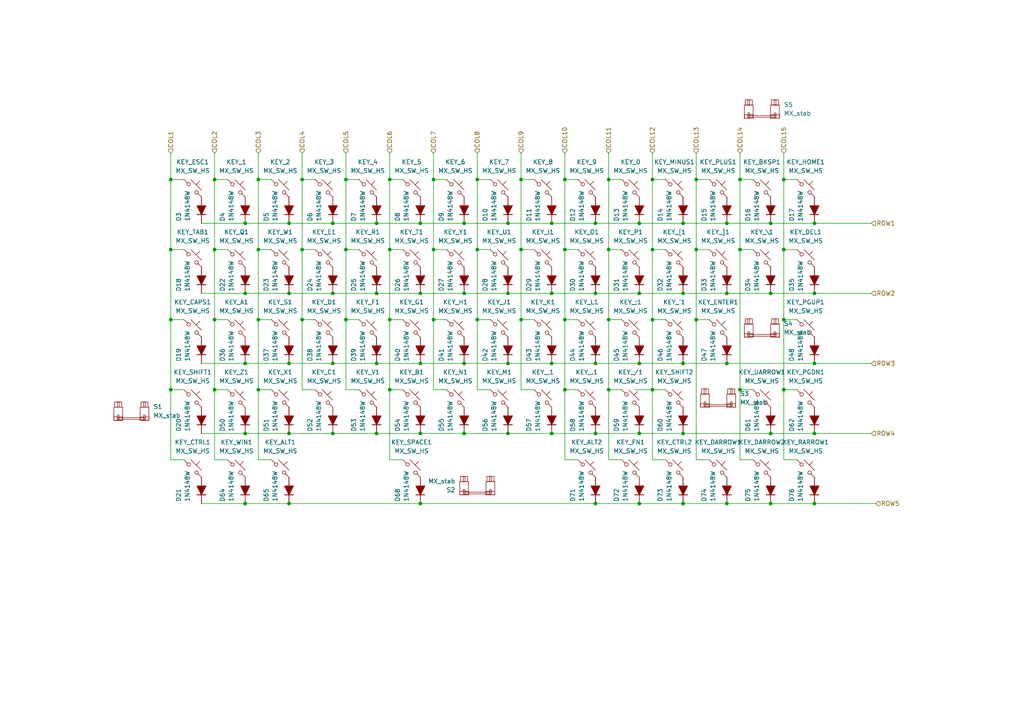
<source format=kicad_sch>
(kicad_sch (version 20250114) (generator "eeschema") (generator_version "9.0")
  (paper "A4")
  (junction (at 227.33 72.39))
  (junction (at 223.52 146.05))
  (junction (at 151.13 92.71))
  (junction (at 74.93 92.71))
  (junction (at 147.32 125.73))
  (junction (at 138.43 72.39))
  (junction (at 83.82 85.09))
  (junction (at 198.12 85.09))
  (junction (at 210.82 85.09))
  (junction (at 109.22 64.77))
  (junction (at 113.03 113.03))
  (junction (at 210.82 105.41))
  (junction (at 227.33 92.71))
  (junction (at 176.53 113.03))
  (junction (at 147.32 105.41))
  (junction (at 83.82 125.73))
  (junction (at 138.43 52.07))
  (junction (at 62.23 92.71))
  (junction (at 96.52 125.73))
  (junction (at 62.23 113.03))
  (junction (at 160.02 85.09))
  (junction (at 163.83 92.71))
  (junction (at 74.93 72.39))
  (junction (at 223.52 125.73))
  (junction (at 214.63 113.03))
  (junction (at 71.12 125.73))
  (junction (at 134.62 105.41))
  (junction (at 236.22 146.05))
  (junction (at 96.52 105.41))
  (junction (at 134.62 85.09))
  (junction (at 71.12 64.77))
  (junction (at 201.93 72.39))
  (junction (at 198.12 146.05))
  (junction (at 160.02 125.73))
  (junction (at 83.82 105.41))
  (junction (at 96.52 64.77))
  (junction (at 201.93 92.71))
  (junction (at 198.12 125.73))
  (junction (at 223.52 64.77))
  (junction (at 189.23 113.03))
  (junction (at 62.23 72.39))
  (junction (at 121.92 105.41))
  (junction (at 236.22 85.09))
  (junction (at 185.42 146.05))
  (junction (at 151.13 52.07))
  (junction (at 71.12 85.09))
  (junction (at 189.23 52.07))
  (junction (at 176.53 52.07))
  (junction (at 87.63 52.07))
  (junction (at 198.12 64.77))
  (junction (at 113.03 52.07))
  (junction (at 49.53 72.39))
  (junction (at 185.42 85.09))
  (junction (at 138.43 92.71))
  (junction (at 172.72 85.09))
  (junction (at 100.33 72.39))
  (junction (at 189.23 72.39))
  (junction (at 74.93 113.03))
  (junction (at 176.53 92.71))
  (junction (at 121.92 125.73))
  (junction (at 210.82 146.05))
  (junction (at 125.73 72.39))
  (junction (at 109.22 125.73))
  (junction (at 121.92 85.09))
  (junction (at 172.72 146.05))
  (junction (at 71.12 146.05))
  (junction (at 227.33 52.07))
  (junction (at 121.92 64.77))
  (junction (at 109.22 85.09))
  (junction (at 109.22 105.41))
  (junction (at 134.62 64.77))
  (junction (at 49.53 113.03))
  (junction (at 125.73 92.71))
  (junction (at 189.23 92.71))
  (junction (at 87.63 72.39))
  (junction (at 185.42 105.41))
  (junction (at 83.82 146.05))
  (junction (at 236.22 105.41))
  (junction (at 62.23 52.07))
  (junction (at 49.53 52.07))
  (junction (at 163.83 52.07))
  (junction (at 172.72 64.77))
  (junction (at 160.02 105.41))
  (junction (at 96.52 85.09))
  (junction (at 113.03 72.39))
  (junction (at 227.33 113.03))
  (junction (at 160.02 64.77))
  (junction (at 74.93 52.07))
  (junction (at 71.12 105.41))
  (junction (at 83.82 64.77))
  (junction (at 210.82 64.77))
  (junction (at 100.33 92.71))
  (junction (at 134.62 125.73))
  (junction (at 125.73 52.07))
  (junction (at 214.63 72.39))
  (junction (at 151.13 72.39))
  (junction (at 100.33 52.07))
  (junction (at 121.92 146.05))
  (junction (at 198.12 105.41))
  (junction (at 163.83 113.03))
  (junction (at 172.72 105.41))
  (junction (at 176.53 72.39))
  (junction (at 147.32 85.09))
  (junction (at 172.72 125.73))
  (junction (at 236.22 125.73))
  (junction (at 163.83 72.39))
  (junction (at 87.63 92.71))
  (junction (at 214.63 52.07))
  (junction (at 147.32 64.77))
  (junction (at 185.42 125.73))
  (junction (at 201.93 52.07))
  (junction (at 49.53 92.71))
  (junction (at 185.42 64.77))
  (junction (at 223.52 85.09))
  (junction (at 236.22 64.77))
  (junction (at 113.03 92.71))
  (wire (pts (xy 163.83 113.03) (xy 167.64 113.03)))
  (wire (pts (xy 198.12 146.05) (xy 210.82 146.05)))
  (wire (pts (xy 113.03 52.07) (xy 113.03 72.39)))
  (wire (pts (xy 138.43 44.45) (xy 138.43 52.07)))
  (wire (pts (xy 172.72 64.77) (xy 185.42 64.77)))
  (wire (pts (xy 87.63 72.39) (xy 87.63 92.71)))
  (wire (pts (xy 227.33 72.39) (xy 231.14 72.39)))
  (wire (pts (xy 227.33 52.07) (xy 227.33 72.39)))
  (wire (pts (xy 100.33 92.71) (xy 100.33 113.03)))
  (wire (pts (xy 163.83 72.39) (xy 167.64 72.39)))
  (wire (pts (xy 151.13 72.39) (xy 151.13 92.71)))
  (wire (pts (xy 163.83 92.71) (xy 163.83 113.03)))
  (wire (pts (xy 74.93 113.03) (xy 74.93 133.35)))
  (wire (pts (xy 151.13 44.45) (xy 151.13 52.07)))
  (wire (pts (xy 176.53 52.07) (xy 180.34 52.07)))
  (wire (pts (xy 223.52 146.05) (xy 236.22 146.05)))
  (wire (pts (xy 49.53 113.03) (xy 53.34 113.03)))
  (wire (pts (xy 83.82 105.41) (xy 71.12 105.41)))
  (wire (pts (xy 74.93 133.35) (xy 78.74 133.35)))
  (wire (pts (xy 176.53 92.71) (xy 180.34 92.71)))
  (wire (pts (xy 236.22 105.41) (xy 252.73 105.41)))
  (wire (pts (xy 113.03 72.39) (xy 116.84 72.39)))
  (wire (pts (xy 49.53 44.45) (xy 49.53 52.07)))
  (wire (pts (xy 49.53 133.35) (xy 53.34 133.35)))
  (wire (pts (xy 223.52 64.77) (xy 236.22 64.77)))
  (wire (pts (xy 121.92 125.73) (xy 109.22 125.73)))
  (wire (pts (xy 49.53 92.71) (xy 53.34 92.71)))
  (wire (pts (xy 214.63 133.35) (xy 218.44 133.35)))
  (wire (pts (xy 147.32 85.09) (xy 134.62 85.09)))
  (wire (pts (xy 198.12 105.41) (xy 185.42 105.41)))
  (wire (pts (xy 87.63 52.07) (xy 91.44 52.07)))
  (wire (pts (xy 83.82 64.77) (xy 96.52 64.77)))
  (wire (pts (xy 198.12 85.09) (xy 185.42 85.09)))
  (wire (pts (xy 160.02 64.77) (xy 172.72 64.77)))
  (wire (pts (xy 163.83 52.07) (xy 167.64 52.07)))
  (wire (pts (xy 227.33 133.35) (xy 231.14 133.35)))
  (wire (pts (xy 134.62 85.09) (xy 121.92 85.09)))
  (wire (pts (xy 138.43 52.07) (xy 142.24 52.07)))
  (wire (pts (xy 83.82 125.73) (xy 71.12 125.73)))
  (wire (pts (xy 227.33 44.45) (xy 227.33 52.07)))
  (wire (pts (xy 74.93 72.39) (xy 74.93 92.71)))
  (wire (pts (xy 214.63 113.03) (xy 214.63 133.35)))
  (wire (pts (xy 125.73 52.07) (xy 129.54 52.07)))
  (wire (pts (xy 163.83 133.35) (xy 167.64 133.35)))
  (wire (pts (xy 160.02 105.41) (xy 147.32 105.41)))
  (wire (pts (xy 96.52 125.73) (xy 83.82 125.73)))
  (wire (pts (xy 205.74 92.71) (xy 201.93 92.71)))
  (wire (pts (xy 74.93 52.07) (xy 74.93 72.39)))
  (wire (pts (xy 252.73 85.09) (xy 236.22 85.09)))
  (wire (pts (xy 87.63 72.39) (xy 91.44 72.39)))
  (wire (pts (xy 109.22 85.09) (xy 96.52 85.09)))
  (wire (pts (xy 198.12 105.41) (xy 210.82 105.41)))
  (wire (pts (xy 74.93 52.07) (xy 78.74 52.07)))
  (wire (pts (xy 138.43 113.03) (xy 142.24 113.03)))
  (wire (pts (xy 236.22 125.73) (xy 252.73 125.73)))
  (wire (pts (xy 71.12 85.09) (xy 58.42 85.09)))
  (wire (pts (xy 198.12 64.77) (xy 210.82 64.77)))
  (wire (pts (xy 113.03 113.03) (xy 116.84 113.03)))
  (wire (pts (xy 71.12 146.05) (xy 58.42 146.05)))
  (wire (pts (xy 151.13 72.39) (xy 154.94 72.39)))
  (wire (pts (xy 96.52 64.77) (xy 109.22 64.77)))
  (wire (pts (xy 87.63 44.45) (xy 87.63 52.07)))
  (wire (pts (xy 176.53 72.39) (xy 176.53 92.71)))
  (wire (pts (xy 74.93 72.39) (xy 78.74 72.39)))
  (wire (pts (xy 58.42 64.77) (xy 71.12 64.77)))
  (wire (pts (xy 121.92 85.09) (xy 109.22 85.09)))
  (wire (pts (xy 227.33 113.03) (xy 231.14 113.03)))
  (wire (pts (xy 62.23 113.03) (xy 62.23 133.35)))
  (wire (pts (xy 163.83 113.03) (xy 163.83 133.35)))
  (wire (pts (xy 236.22 146.05) (xy 254 146.05)))
  (wire (pts (xy 176.53 44.45) (xy 176.53 52.07)))
  (wire (pts (xy 223.52 125.73) (xy 236.22 125.73)))
  (wire (pts (xy 172.72 125.73) (xy 160.02 125.73)))
  (wire (pts (xy 198.12 125.73) (xy 223.52 125.73)))
  (wire (pts (xy 189.23 72.39) (xy 189.23 92.71)))
  (wire (pts (xy 125.73 44.45) (xy 125.73 52.07)))
  (wire (pts (xy 189.23 92.71) (xy 189.23 113.03)))
  (wire (pts (xy 172.72 146.05) (xy 185.42 146.05)))
  (wire (pts (xy 160.02 125.73) (xy 147.32 125.73)))
  (wire (pts (xy 100.33 113.03) (xy 104.14 113.03)))
  (wire (pts (xy 201.93 72.39) (xy 205.74 72.39)))
  (wire (pts (xy 96.52 105.41) (xy 83.82 105.41)))
  (wire (pts (xy 125.73 72.39) (xy 125.73 92.71)))
  (wire (pts (xy 201.93 52.07) (xy 205.74 52.07)))
  (wire (pts (xy 62.23 72.39) (xy 66.04 72.39)))
  (wire (pts (xy 96.52 85.09) (xy 83.82 85.09)))
  (wire (pts (xy 62.23 72.39) (xy 62.23 92.71)))
  (wire (pts (xy 100.33 44.45) (xy 100.33 52.07)))
  (wire (pts (xy 121.92 64.77) (xy 134.62 64.77)))
  (wire (pts (xy 185.42 125.73) (xy 198.12 125.73)))
  (wire (pts (xy 62.23 52.07) (xy 66.04 52.07)))
  (wire (pts (xy 151.13 92.71) (xy 154.94 92.71)))
  (wire (pts (xy 83.82 85.09) (xy 71.12 85.09)))
  (wire (pts (xy 176.53 72.39) (xy 180.34 72.39)))
  (wire (pts (xy 223.52 85.09) (xy 210.82 85.09)))
  (wire (pts (xy 176.53 133.35) (xy 180.34 133.35)))
  (wire (pts (xy 71.12 125.73) (xy 58.42 125.73)))
  (wire (pts (xy 201.93 133.35) (xy 205.74 133.35)))
  (wire (pts (xy 147.32 125.73) (xy 134.62 125.73)))
  (wire (pts (xy 113.03 113.03) (xy 113.03 133.35)))
  (wire (pts (xy 100.33 92.71) (xy 104.14 92.71)))
  (wire (pts (xy 201.93 52.07) (xy 201.93 72.39)))
  (wire (pts (xy 185.42 85.09) (xy 172.72 85.09)))
  (wire (pts (xy 109.22 64.77) (xy 121.92 64.77)))
  (wire (pts (xy 214.63 52.07) (xy 218.44 52.07)))
  (wire (pts (xy 121.92 105.41) (xy 109.22 105.41)))
  (wire (pts (xy 100.33 52.07) (xy 104.14 52.07)))
  (wire (pts (xy 49.53 72.39) (xy 49.53 92.71)))
  (wire (pts (xy 138.43 72.39) (xy 138.43 92.71)))
  (wire (pts (xy 138.43 92.71) (xy 138.43 113.03)))
  (wire (pts (xy 74.93 44.45) (xy 74.93 52.07)))
  (wire (pts (xy 121.92 146.05) (xy 172.72 146.05)))
  (wire (pts (xy 214.63 52.07) (xy 214.63 72.39)))
  (wire (pts (xy 151.13 52.07) (xy 154.94 52.07)))
  (wire (pts (xy 189.23 113.03) (xy 193.04 113.03)))
  (wire (pts (xy 189.23 44.45) (xy 189.23 52.07)))
  (wire (pts (xy 100.33 52.07) (xy 100.33 72.39)))
  (wire (pts (xy 100.33 72.39) (xy 100.33 92.71)))
  (wire (pts (xy 151.13 92.71) (xy 151.13 113.03)))
  (wire (pts (xy 49.53 52.07) (xy 53.34 52.07)))
  (wire (pts (xy 214.63 44.45) (xy 214.63 52.07)))
  (wire (pts (xy 189.23 52.07) (xy 193.04 52.07)))
  (wire (pts (xy 109.22 105.41) (xy 96.52 105.41)))
  (wire (pts (xy 83.82 146.05) (xy 121.92 146.05)))
  (wire (pts (xy 227.33 92.71) (xy 227.33 113.03)))
  (wire (pts (xy 138.43 72.39) (xy 142.24 72.39)))
  (wire (pts (xy 109.22 125.73) (xy 96.52 125.73)))
  (wire (pts (xy 62.23 133.35) (xy 66.04 133.35)))
  (wire (pts (xy 172.72 105.41) (xy 160.02 105.41)))
  (wire (pts (xy 151.13 52.07) (xy 151.13 72.39)))
  (wire (pts (xy 125.73 113.03) (xy 125.73 92.71)))
  (wire (pts (xy 227.33 92.71) (xy 231.14 92.71)))
  (wire (pts (xy 201.93 92.71) (xy 201.93 133.35)))
  (wire (pts (xy 210.82 85.09) (xy 198.12 85.09)))
  (wire (pts (xy 236.22 85.09) (xy 223.52 85.09)))
  (wire (pts (xy 71.12 64.77) (xy 83.82 64.77)))
  (wire (pts (xy 125.73 92.71) (xy 129.54 92.71)))
  (wire (pts (xy 62.23 92.71) (xy 62.23 113.03)))
  (wire (pts (xy 189.23 113.03) (xy 189.23 133.35)))
  (wire (pts (xy 236.22 64.77) (xy 252.73 64.77)))
  (wire (pts (xy 62.23 52.07) (xy 62.23 72.39)))
  (wire (pts (xy 176.53 113.03) (xy 176.53 133.35)))
  (wire (pts (xy 210.82 146.05) (xy 223.52 146.05)))
  (wire (pts (xy 147.32 105.41) (xy 134.62 105.41)))
  (wire (pts (xy 74.93 113.03) (xy 78.74 113.03)))
  (wire (pts (xy 113.03 133.35) (xy 116.84 133.35)))
  (wire (pts (xy 218.44 113.03) (xy 214.63 113.03)))
  (wire (pts (xy 227.33 52.07) (xy 231.14 52.07)))
  (wire (pts (xy 193.04 92.71) (xy 189.23 92.71)))
  (wire (pts (xy 49.53 113.03) (xy 49.53 133.35)))
  (wire (pts (xy 163.83 44.45) (xy 163.83 52.07)))
  (wire (pts (xy 189.23 52.07) (xy 189.23 72.39)))
  (wire (pts (xy 125.73 113.03) (xy 129.54 113.03)))
  (wire (pts (xy 227.33 113.03) (xy 227.33 133.35)))
  (wire (pts (xy 62.23 113.03) (xy 66.04 113.03)))
  (wire (pts (xy 138.43 92.71) (xy 142.24 92.71)))
  (wire (pts (xy 134.62 125.73) (xy 121.92 125.73)))
  (wire (pts (xy 151.13 113.03) (xy 154.94 113.03)))
  (wire (pts (xy 113.03 52.07) (xy 116.84 52.07)))
  (wire (pts (xy 87.63 92.71) (xy 87.63 113.03)))
  (wire (pts (xy 74.93 92.71) (xy 78.74 92.71)))
  (wire (pts (xy 184.15 113.03) (xy 189.23 113.03)))
  (wire (pts (xy 227.33 72.39) (xy 227.33 92.71)))
  (wire (pts (xy 163.83 52.07) (xy 163.83 72.39)))
  (wire (pts (xy 185.42 105.41) (xy 172.72 105.41)))
  (wire (pts (xy 185.42 64.77) (xy 198.12 64.77)))
  (wire (pts (xy 62.23 44.45) (xy 62.23 52.07)))
  (wire (pts (xy 49.53 72.39) (xy 53.34 72.39)))
  (wire (pts (xy 163.83 92.71) (xy 167.64 92.71)))
  (wire (pts (xy 189.23 72.39) (xy 193.04 72.39)))
  (wire (pts (xy 125.73 52.07) (xy 125.73 72.39)))
  (wire (pts (xy 83.82 146.05) (xy 71.12 146.05)))
  (wire (pts (xy 185.42 125.73) (xy 172.72 125.73)))
  (wire (pts (xy 214.63 113.03) (xy 214.63 72.39)))
  (wire (pts (xy 138.43 52.07) (xy 138.43 72.39)))
  (wire (pts (xy 134.62 64.77) (xy 147.32 64.77)))
  (wire (pts (xy 113.03 92.71) (xy 113.03 113.03)))
  (wire (pts (xy 71.12 105.41) (xy 58.42 105.41)))
  (wire (pts (xy 189.23 133.35) (xy 193.04 133.35)))
  (wire (pts (xy 185.42 146.05) (xy 198.12 146.05)))
  (wire (pts (xy 49.53 92.71) (xy 49.53 113.03)))
  (wire (pts (xy 113.03 72.39) (xy 113.03 92.71)))
  (wire (pts (xy 74.93 92.71) (xy 74.93 113.03)))
  (wire (pts (xy 100.33 72.39) (xy 104.14 72.39)))
  (wire (pts (xy 172.72 85.09) (xy 160.02 85.09)))
  (wire (pts (xy 210.82 64.77) (xy 223.52 64.77)))
  (wire (pts (xy 176.53 113.03) (xy 180.34 113.03)))
  (wire (pts (xy 49.53 52.07) (xy 49.53 72.39)))
  (wire (pts (xy 163.83 72.39) (xy 163.83 92.71)))
  (wire (pts (xy 113.03 92.71) (xy 116.84 92.71)))
  (wire (pts (xy 62.23 92.71) (xy 66.04 92.71)))
  (wire (pts (xy 134.62 105.41) (xy 121.92 105.41)))
  (wire (pts (xy 147.32 64.77) (xy 160.02 64.77)))
  (wire (pts (xy 176.53 52.07) (xy 176.53 72.39)))
  (wire (pts (xy 210.82 105.41) (xy 236.22 105.41)))
  (wire (pts (xy 87.63 113.03) (xy 91.44 113.03)))
  (wire (pts (xy 87.63 92.71) (xy 91.44 92.71)))
  (wire (pts (xy 113.03 44.45) (xy 113.03 52.07)))
  (wire (pts (xy 125.73 72.39) (xy 129.54 72.39)))
  (wire (pts (xy 201.93 72.39) (xy 201.93 92.71)))
  (wire (pts (xy 201.93 44.45) (xy 201.93 52.07)))
  (wire (pts (xy 214.63 72.39) (xy 218.44 72.39)))
  (wire (pts (xy 176.53 92.71) (xy 176.53 113.03)))
  (wire (pts (xy 160.02 85.09) (xy 147.32 85.09)))
  (wire (pts (xy 87.63 52.07) (xy 87.63 72.39)))
  (hierarchical_label "COL2" (shape input) (at 62.23 44.45 90))
  (hierarchical_label "COL4" (shape input) (at 87.63 44.45 90))
  (hierarchical_label "ROW1" (shape input) (at 252.73 64.77 0))
  (hierarchical_label "COL7" (shape input) (at 125.73 44.45 90))
  (hierarchical_label "COL3" (shape input) (at 74.93 44.45 90))
  (hierarchical_label "COL6" (shape input) (at 113.03 44.45 90))
  (hierarchical_label "ROW4" (shape input) (at 252.73 125.73 0))
  (hierarchical_label "COL12" (shape input) (at 189.23 44.45 90))
  (hierarchical_label "ROW3" (shape input) (at 252.73 105.41 0))
  (hierarchical_label "COL11" (shape input) (at 176.53 44.45 90))
  (hierarchical_label "COL1" (shape input) (at 49.53 44.45 90))
  (hierarchical_label "COL13" (shape input) (at 201.93 44.45 90))
  (hierarchical_label "COL10" (shape input) (at 163.83 44.45 90))
  (hierarchical_label "ROW2" (shape input) (at 252.73 85.09 0))
  (hierarchical_label "COL14" (shape input) (at 214.63 44.45 90))
  (hierarchical_label "COL9" (shape input) (at 151.13 44.45 90))
  (hierarchical_label "COL8" (shape input) (at 138.43 44.45 90))
  (hierarchical_label "COL5" (shape input) (at 100.33 44.45 90))
  (hierarchical_label "COL15" (shape input) (at 227.33 44.45 90))
  (hierarchical_label "ROW5" (shape input) (at 254 146.05 0))
  (symbol (lib_id "PCM_marbastlib-mx:MX_SW_HS_CPG151101S11") (at 132.08 115.57 0) (unit 1)
    (property "Reference" "KEY_N1" (at 132.08 107.95 0))
    (property "Value" "MX_SW_HS" (at 132.08 110.49 0))
    (property "Footprint" "PCM_marbastlib-mx:SW_MX_HS_CPG151101S11_1u" (effects (hide yes)))
    (property "Description" "Push button switch, normally open, two pins, 45° tilted, Kailh CPG151101S11 for Cherry MX style switches" (effects (hide yes)))
  )
  (symbol (lib_id "PCM_marbastlib-mx:MX_SW_HS_CPG151101S11") (at 170.18 74.93 0) (unit 1)
    (property "Reference" "KEY_O1" (at 170.18 67.31 0))
    (property "Value" "MX_SW_HS" (at 170.18 69.85 0))
    (property "Footprint" "PCM_marbastlib-mx:SW_MX_HS_CPG151101S11_1u" (effects (hide yes)))
    (property "Description" "Push button switch, normally open, two pins, 45° tilted, Kailh CPG151101S11 for Cherry MX style switches" (effects (hide yes)))
  )
  (symbol (lib_id "PCM_marbastlib-mx:MX_SW_HS_CPG151101S11") (at 144.78 95.25 0) (unit 1)
    (property "Reference" "KEY_J1" (at 144.78 87.63 0))
    (property "Value" "MX_SW_HS" (at 144.78 90.17 0))
    (property "Footprint" "PCM_marbastlib-mx:SW_MX_HS_CPG151101S11_1u" (effects (hide yes)))
    (property "Description" "Push button switch, normally open, two pins, 45° tilted, Kailh CPG151101S11 for Cherry MX style switches" (effects (hide yes)))
  )
  (symbol (lib_id "PCM_marbastlib-mx:MX_SW_HS_CPG151101S11") (at 170.18 135.89 0) (unit 1)
    (property "Reference" "KEY_ALT2" (at 170.18 128.27 0))
    (property "Value" "MX_SW_HS" (at 170.18 130.81 0))
    (property "Footprint" "PCM_marbastlib-mx:SW_MX_HS_CPG151101S11_1u" (effects (hide yes)))
    (property "Description" "Push button switch, normally open, two pins, 45° tilted, Kailh CPG151101S11 for Cherry MX style switches" (effects (hide yes)))
  )
  (symbol (lib_id "PCM_Diode_AKL:1N4148W") (at 236.22 81.28 270) (unit 1)
    (property "Reference" "D35" (at 229.616 84.582 0) (effects (justify right)))
    (property "Value" "1N4148W" (at 232.156 84.582 0) (effects (justify right)))
    (property "Footprint" "PCM_Diode_SMD_AKL:D_SOD-123" (effects (hide yes)))
    (property "Datasheet" "https://datasheet.octopart.com/1N4148W-HE3-18-Vishay-datasheet-17291302.pdf" (effects (hide yes)))
    (property "Description" "SOD-123 Diode, Small Signal, Fast Switching, 75V, 150mA, 4ns, Alternate KiCad Library" (effects (hide yes)))
  )
  (symbol (lib_id "PCM_Diode_AKL:1N4148W") (at 121.92 142.24 270) (unit 1)
    (property "Reference" "D68" (at 115.316 145.542 0) (effects (justify right)))
    (property "Value" "1N4148W" (at 117.856 145.542 0) (effects (justify right)))
    (property "Footprint" "PCM_Diode_SMD_AKL:D_SOD-123" (effects (hide yes)))
    (property "Datasheet" "https://datasheet.octopart.com/1N4148W-HE3-18-Vishay-datasheet-17291302.pdf" (effects (hide yes)))
    (property "Description" "SOD-123 Diode, Small Signal, Fast Switching, 75V, 150mA, 4ns, Alternate KiCad Library" (effects (hide yes)))
  )
  (symbol (lib_id "PCM_Diode_AKL:1N4148W") (at 71.12 101.6 270) (unit 1)
    (property "Reference" "D36" (at 64.516 104.902 0) (effects (justify right)))
    (property "Value" "1N4148W" (at 67.056 104.902 0) (effects (justify right)))
    (property "Footprint" "PCM_Diode_SMD_AKL:D_SOD-123" (effects (hide yes)))
    (property "Datasheet" "https://datasheet.octopart.com/1N4148W-HE3-18-Vishay-datasheet-17291302.pdf" (effects (hide yes)))
    (property "Description" "SOD-123 Diode, Small Signal, Fast Switching, 75V, 150mA, 4ns, Alternate KiCad Library" (effects (hide yes)))
  )
  (symbol (lib_id "PCM_marbastlib-mx:MX_SW_HS_CPG151101S11") (at 81.28 135.89 0) (unit 1)
    (property "Reference" "KEY_ALT1" (at 81.28 128.27 0))
    (property "Value" "MX_SW_HS" (at 81.28 130.81 0))
    (property "Footprint" "PCM_marbastlib-mx:SW_MX_HS_CPG151101S11_1u" (effects (hide yes)))
    (property "Description" "Push button switch, normally open, two pins, 45° tilted, Kailh CPG151101S11 for Cherry MX style switches" (effects (hide yes)))
  )
  (symbol (lib_id "PCM_Diode_AKL:1N4148W") (at 134.62 81.28 270) (unit 1)
    (property "Reference" "D27" (at 128.016 84.582 0) (effects (justify right)))
    (property "Value" "1N4148W" (at 130.556 84.582 0) (effects (justify right)))
    (property "Footprint" "PCM_Diode_SMD_AKL:D_SOD-123" (effects (hide yes)))
    (property "Datasheet" "https://datasheet.octopart.com/1N4148W-HE3-18-Vishay-datasheet-17291302.pdf" (effects (hide yes)))
    (property "Description" "SOD-123 Diode, Small Signal, Fast Switching, 75V, 150mA, 4ns, Alternate KiCad Library" (effects (hide yes)))
  )
  (symbol (lib_id "PCM_marbastlib-mx:MX_SW_HS_CPG151101S11") (at 220.98 74.93 0) (unit 1)
    (property "Reference" "KEY_\\1" (at 220.98 67.31 0))
    (property "Value" "MX_SW_HS" (at 220.98 69.85 0))
    (property "Footprint" "PCM_marbastlib-mx:SW_MX_HS_CPG151101S11_1u" (effects (hide yes)))
    (property "Description" "Push button switch, normally open, two pins, 45° tilted, Kailh CPG151101S11 for Cherry MX style switches" (effects (hide yes)))
  )
  (symbol (lib_id "PCM_marbastlib-mx:MX_SW_HS_CPG151101S11") (at 233.68 115.57 0) (unit 1)
    (property "Reference" "KEY_PGDN1" (at 233.68 107.95 0))
    (property "Value" "MX_SW_HS" (at 233.68 110.49 0))
    (property "Footprint" "PCM_marbastlib-mx:SW_MX_HS_CPG151101S11_1u" (effects (hide yes)))
    (property "Description" "Push button switch, normally open, two pins, 45° tilted, Kailh CPG151101S11 for Cherry MX style switches" (effects (hide yes)))
  )
  (symbol (lib_id "PCM_marbastlib-mx:MX_SW_HS_CPG151101S11") (at 233.68 135.89 0) (unit 1)
    (property "Reference" "KEY_RARROW1" (at 233.68 128.27 0))
    (property "Value" "MX_SW_HS" (at 233.68 130.81 0))
    (property "Footprint" "PCM_marbastlib-mx:SW_MX_HS_CPG151101S11_1u" (effects (hide yes)))
    (property "Description" "Push button switch, normally open, two pins, 45° tilted, Kailh CPG151101S11 for Cherry MX style switches" (effects (hide yes)))
  )
  (symbol (lib_id "PCM_Diode_AKL:1N4148W") (at 160.02 60.96 270) (unit 1)
    (property "Reference" "D11" (at 153.416 64.262 0) (effects (justify right)))
    (property "Value" "1N4148W" (at 155.956 64.262 0) (effects (justify right)))
    (property "Footprint" "PCM_Diode_SMD_AKL:D_SOD-123" (effects (hide yes)))
    (property "Datasheet" "https://datasheet.octopart.com/1N4148W-HE3-18-Vishay-datasheet-17291302.pdf" (effects (hide yes)))
    (property "Description" "SOD-123 Diode, Small Signal, Fast Switching, 75V, 150mA, 4ns, Alternate KiCad Library" (effects (hide yes)))
  )
  (symbol (lib_id "PCM_Diode_AKL:1N4148W") (at 96.52 121.92 270) (unit 1)
    (property "Reference" "D52" (at 89.916 125.222 0) (effects (justify right)))
    (property "Value" "1N4148W" (at 92.456 125.222 0) (effects (justify right)))
    (property "Footprint" "PCM_Diode_SMD_AKL:D_SOD-123" (effects (hide yes)))
    (property "Datasheet" "https://datasheet.octopart.com/1N4148W-HE3-18-Vishay-datasheet-17291302.pdf" (effects (hide yes)))
    (property "Description" "SOD-123 Diode, Small Signal, Fast Switching, 75V, 150mA, 4ns, Alternate KiCad Library" (effects (hide yes)))
  )
  (symbol (lib_id "PCM_Diode_AKL:1N4148W") (at 198.12 121.92 270) (unit 1)
    (property "Reference" "D60" (at 191.516 125.222 0) (effects (justify right)))
    (property "Value" "1N4148W" (at 194.056 125.222 0) (effects (justify right)))
    (property "Footprint" "PCM_Diode_SMD_AKL:D_SOD-123" (effects (hide yes)))
    (property "Datasheet" "https://datasheet.octopart.com/1N4148W-HE3-18-Vishay-datasheet-17291302.pdf" (effects (hide yes)))
    (property "Description" "SOD-123 Diode, Small Signal, Fast Switching, 75V, 150mA, 4ns, Alternate KiCad Library" (effects (hide yes)))
  )
  (symbol (lib_id "PCM_marbastlib-mx:MX_SW_HS_CPG151101S11") (at 182.88 54.61 0) (unit 1)
    (property "Reference" "KEY_0" (at 182.88 46.99 0))
    (property "Value" "MX_SW_HS" (at 182.88 49.53 0))
    (property "Footprint" "PCM_marbastlib-mx:SW_MX_HS_CPG151101S11_1u" (effects (hide yes)))
    (property "Description" "Push button switch, normally open, two pins, 45° tilted, Kailh CPG151101S11 for Cherry MX style switches" (effects (hide yes)))
  )
  (symbol (lib_id "PCM_Diode_AKL:1N4148W") (at 147.32 81.28 270) (unit 1)
    (property "Reference" "D28" (at 140.716 84.582 0) (effects (justify right)))
    (property "Value" "1N4148W" (at 143.256 84.582 0) (effects (justify right)))
    (property "Footprint" "PCM_Diode_SMD_AKL:D_SOD-123" (effects (hide yes)))
    (property "Datasheet" "https://datasheet.octopart.com/1N4148W-HE3-18-Vishay-datasheet-17291302.pdf" (effects (hide yes)))
    (property "Description" "SOD-123 Diode, Small Signal, Fast Switching, 75V, 150mA, 4ns, Alternate KiCad Library" (effects (hide yes)))
  )
  (symbol (lib_id "PCM_marbastlib-mx:MX_SW_HS_CPG151101S11") (at 195.58 74.93 0) (unit 1)
    (property "Reference" "KEY_[1" (at 195.58 67.31 0))
    (property "Value" "MX_SW_HS" (at 195.58 69.85 0))
    (property "Footprint" "PCM_marbastlib-mx:SW_MX_HS_CPG151101S11_1u" (effects (hide yes)))
    (property "Description" "Push button switch, normally open, two pins, 45° tilted, Kailh CPG151101S11 for Cherry MX style switches" (effects (hide yes)))
  )
  (symbol (lib_id "PCM_marbastlib-mx:MX_SW_HS_CPG151101S11") (at 208.28 135.89 0) (unit 1)
    (property "Reference" "KEY_DARROW1" (at 208.28 128.27 0))
    (property "Value" "MX_SW_HS" (at 208.28 130.81 0))
    (property "Footprint" "PCM_marbastlib-mx:SW_MX_HS_CPG151101S11_1u" (effects (hide yes)))
    (property "Description" "Push button switch, normally open, two pins, 45° tilted, Kailh CPG151101S11 for Cherry MX style switches" (effects (hide yes)))
  )
  (symbol (lib_id "PCM_marbastlib-mx:MX_SW_HS_CPG151101S11") (at 195.58 115.57 0) (unit 1)
    (property "Reference" "KEY_SHIFT2" (at 195.58 107.95 0))
    (property "Value" "MX_SW_HS" (at 195.58 110.49 0))
    (property "Footprint" "PCM_marbastlib-mx:SW_MX_HS_CPG151101S11_1u" (effects (hide yes)))
    (property "Description" "Push button switch, normally open, two pins, 45° tilted, Kailh CPG151101S11 for Cherry MX style switches" (effects (hide yes)))
  )
  (symbol (lib_id "PCM_Diode_AKL:1N4148W") (at 198.12 81.28 270) (unit 1)
    (property "Reference" "D32" (at 191.516 84.582 0) (effects (justify right)))
    (property "Value" "1N4148W" (at 194.056 84.582 0) (effects (justify right)))
    (property "Footprint" "PCM_Diode_SMD_AKL:D_SOD-123" (effects (hide yes)))
    (property "Datasheet" "https://datasheet.octopart.com/1N4148W-HE3-18-Vishay-datasheet-17291302.pdf" (effects (hide yes)))
    (property "Description" "SOD-123 Diode, Small Signal, Fast Switching, 75V, 150mA, 4ns, Alternate KiCad Library" (effects (hide yes)))
  )
  (symbol (lib_id "PCM_Diode_AKL:1N4148W") (at 185.42 142.24 270) (unit 1)
    (property "Reference" "D72" (at 178.816 145.542 0) (effects (justify right)))
    (property "Value" "1N4148W" (at 181.356 145.542 0) (effects (justify right)))
    (property "Footprint" "PCM_Diode_SMD_AKL:D_SOD-123" (effects (hide yes)))
    (property "Datasheet" "https://datasheet.octopart.com/1N4148W-HE3-18-Vishay-datasheet-17291302.pdf" (effects (hide yes)))
    (property "Description" "SOD-123 Diode, Small Signal, Fast Switching, 75V, 150mA, 4ns, Alternate KiCad Library" (effects (hide yes)))
  )
  (symbol (lib_id "PCM_Diode_AKL:1N4148W") (at 147.32 121.92 270) (unit 1)
    (property "Reference" "D56" (at 140.716 125.222 0) (effects (justify right)))
    (property "Value" "1N4148W" (at 143.256 125.222 0) (effects (justify right)))
    (property "Footprint" "PCM_Diode_SMD_AKL:D_SOD-123" (effects (hide yes)))
    (property "Datasheet" "https://datasheet.octopart.com/1N4148W-HE3-18-Vishay-datasheet-17291302.pdf" (effects (hide yes)))
    (property "Description" "SOD-123 Diode, Small Signal, Fast Switching, 75V, 150mA, 4ns, Alternate KiCad Library" (effects (hide yes)))
  )
  (symbol (lib_id "PCM_marbastlib-mx:MX_SW_HS_CPG151101S11") (at 106.68 54.61 0) (unit 1)
    (property "Reference" "KEY_4" (at 106.68 46.99 0))
    (property "Value" "MX_SW_HS" (at 106.68 49.53 0))
    (property "Footprint" "PCM_marbastlib-mx:SW_MX_HS_CPG151101S11_1u" (effects (hide yes)))
    (property "Description" "Push button switch, normally open, two pins, 45° tilted, Kailh CPG151101S11 for Cherry MX style switches" (effects (hide yes)))
  )
  (symbol (lib_id "PCM_marbastlib-mx:MX_SW_HS_CPG151101S11") (at 157.48 74.93 0) (unit 1)
    (property "Reference" "KEY_I1" (at 157.48 67.31 0))
    (property "Value" "MX_SW_HS" (at 157.48 69.85 0))
    (property "Footprint" "PCM_marbastlib-mx:SW_MX_HS_CPG151101S11_1u" (effects (hide yes)))
    (property "Description" "Push button switch, normally open, two pins, 45° tilted, Kailh CPG151101S11 for Cherry MX style switches" (effects (hide yes)))
  )
  (symbol (lib_id "PCM_marbastlib-mx:MX_SW_HS_CPG151101S11") (at 81.28 54.61 0) (unit 1)
    (property "Reference" "KEY_2" (at 81.28 46.99 0))
    (property "Value" "MX_SW_HS" (at 81.28 49.53 0))
    (property "Footprint" "PCM_marbastlib-mx:SW_MX_HS_CPG151101S11_1u" (effects (hide yes)))
    (property "Description" "Push button switch, normally open, two pins, 45° tilted, Kailh CPG151101S11 for Cherry MX style switches" (effects (hide yes)))
  )
  (symbol (lib_id "PCM_marbastlib-mx:MX_SW_HS_CPG151101S11") (at 157.48 54.61 0) (unit 1)
    (property "Reference" "KEY_8" (at 157.48 46.99 0))
    (property "Value" "MX_SW_HS" (at 157.48 49.53 0))
    (property "Footprint" "PCM_marbastlib-mx:SW_MX_HS_CPG151101S11_1u" (effects (hide yes)))
    (property "Description" "Push button switch, normally open, two pins, 45° tilted, Kailh CPG151101S11 for Cherry MX style switches" (effects (hide yes)))
  )
  (symbol (lib_id "PCM_marbastlib-mx:MX_SW_HS_CPG151101S11") (at 233.68 95.25 0) (unit 1)
    (property "Reference" "KEY_PGUP1" (at 233.68 87.63 0))
    (property "Value" "MX_SW_HS" (at 233.68 90.17 0))
    (property "Footprint" "PCM_marbastlib-mx:SW_MX_HS_CPG151101S11_1u" (effects (hide yes)))
    (property "Description" "Push button switch, normally open, two pins, 45° tilted, Kailh CPG151101S11 for Cherry MX style switches" (effects (hide yes)))
  )
  (symbol (lib_id "PCM_marbastlib-mx:MX_SW_HS_CPG151101S11") (at 144.78 54.61 0) (unit 1)
    (property "Reference" "KEY_7" (at 144.78 46.99 0))
    (property "Value" "MX_SW_HS" (at 144.78 49.53 0))
    (property "Footprint" "PCM_marbastlib-mx:SW_MX_HS_CPG151101S11_1u" (effects (hide yes)))
    (property "Description" "Push button switch, normally open, two pins, 45° tilted, Kailh CPG151101S11 for Cherry MX style switches" (effects (hide yes)))
  )
  (symbol (lib_id "PCM_marbastlib-mx:MX_SW_HS_CPG151101S11") (at 220.98 54.61 0) (unit 1)
    (property "Reference" "KEY_BKSP1" (at 220.98 46.99 0))
    (property "Value" "MX_SW_HS" (at 220.98 49.53 0))
    (property "Footprint" "PCM_marbastlib-mx:SW_MX_HS_CPG151101S11_1u" (effects (hide yes)))
    (property "Description" "Push button switch, normally open, two pins, 45° tilted, Kailh CPG151101S11 for Cherry MX style switches" (effects (hide yes)))
  )
  (symbol (lib_id "PCM_marbastlib-mx:MX_SW_HS_CPG151101S11") (at 55.88 135.89 0) (unit 1)
    (property "Reference" "KEY_CTRL1" (at 55.88 128.27 0))
    (property "Value" "MX_SW_HS" (at 55.88 130.81 0))
    (property "Footprint" "PCM_marbastlib-mx:SW_MX_HS_CPG151101S11_1u" (effects (hide yes)))
    (property "Description" "Push button switch, normally open, two pins, 45° tilted, Kailh CPG151101S11 for Cherry MX style switches" (effects (hide yes)))
  )
  (symbol (lib_id "PCM_marbastlib-mx:MX_SW_HS_CPG151101S11") (at 68.58 95.25 0) (unit 1)
    (property "Reference" "KEY_A1" (at 68.58 87.63 0))
    (property "Value" "MX_SW_HS" (at 68.58 90.17 0))
    (property "Footprint" "PCM_marbastlib-mx:SW_MX_HS_CPG151101S11_1u" (effects (hide yes)))
    (property "Description" "Push button switch, normally open, two pins, 45° tilted, Kailh CPG151101S11 for Cherry MX style switches" (effects (hide yes)))
  )
  (symbol (lib_id "PCM_marbastlib-mx:MX_SW_HS_CPG151101S11") (at 106.68 115.57 0) (unit 1)
    (property "Reference" "KEY_V1" (at 106.68 107.95 0))
    (property "Value" "MX_SW_HS" (at 106.68 110.49 0))
    (property "Footprint" "PCM_marbastlib-mx:SW_MX_HS_CPG151101S11_1u" (effects (hide yes)))
    (property "Description" "Push button switch, normally open, two pins, 45° tilted, Kailh CPG151101S11 for Cherry MX style switches" (effects (hide yes)))
  )
  (symbol (lib_id "PCM_marbastlib-mx:MX_SW_HS_CPG151101S11") (at 93.98 74.93 0) (unit 1)
    (property "Reference" "KEY_E1" (at 93.98 67.31 0))
    (property "Value" "MX_SW_HS" (at 93.98 69.85 0))
    (property "Footprint" "PCM_marbastlib-mx:SW_MX_HS_CPG151101S11_1u" (effects (hide yes)))
    (property "Description" "Push button switch, normally open, two pins, 45° tilted, Kailh CPG151101S11 for Cherry MX style switches" (effects (hide yes)))
  )
  (symbol (lib_id "PCM_marbastlib-mx:MX_SW_HS_CPG151101S11") (at 208.28 95.25 0) (unit 1)
    (property "Reference" "KEY_ENTER1" (at 208.28 87.63 0))
    (property "Value" "MX_SW_HS" (at 208.28 90.17 0))
    (property "Footprint" "PCM_marbastlib-mx:SW_MX_HS_CPG151101S11_1u" (effects (hide yes)))
    (property "Description" "Push button switch, normally open, two pins, 45° tilted, Kailh CPG151101S11 for Cherry MX style switches" (effects (hide yes)))
  )
  (symbol (lib_id "PCM_marbastlib-mx:MX_SW_HS_CPG151101S11") (at 106.68 95.25 0) (unit 1)
    (property "Reference" "KEY_F1" (at 106.68 87.63 0))
    (property "Value" "MX_SW_HS" (at 106.68 90.17 0))
    (property "Footprint" "PCM_marbastlib-mx:SW_MX_HS_CPG151101S11_1u" (effects (hide yes)))
    (property "Description" "Push button switch, normally open, two pins, 45° tilted, Kailh CPG151101S11 for Cherry MX style switches" (effects (hide yes)))
  )
  (symbol (lib_id "PCM_Diode_AKL:1N4148W") (at 58.42 101.6 270) (unit 1)
    (property "Reference" "D19" (at 51.816 104.902 0) (effects (justify right)))
    (property "Value" "1N4148W" (at 54.356 104.902 0) (effects (justify right)))
    (property "Footprint" "PCM_Diode_SMD_AKL:D_SOD-123" (effects (hide yes)))
    (property "Datasheet" "https://datasheet.octopart.com/1N4148W-HE3-18-Vishay-datasheet-17291302.pdf" (effects (hide yes)))
    (property "Description" "SOD-123 Diode, Small Signal, Fast Switching, 75V, 150mA, 4ns, Alternate KiCad Library" (effects (hide yes)))
  )
  (symbol (lib_id "PCM_marbastlib-mx:MX_SW_HS_CPG151101S11") (at 208.28 74.93 0) (unit 1)
    (property "Reference" "KEY_]1" (at 208.28 67.31 0))
    (property "Value" "MX_SW_HS" (at 208.28 69.85 0))
    (property "Footprint" "PCM_marbastlib-mx:SW_MX_HS_CPG151101S11_1u" (effects (hide yes)))
    (property "Description" "Push button switch, normally open, two pins, 45° tilted, Kailh CPG151101S11 for Cherry MX style switches" (effects (hide yes)))
  )
  (symbol (lib_id "PCM_marbastlib-mx:MX_SW_HS_CPG151101S11") (at 220.98 115.57 0) (unit 1)
    (property "Reference" "KEY_UARROW1" (at 220.98 107.95 0))
    (property "Value" "MX_SW_HS" (at 220.98 110.49 0))
    (property "Footprint" "PCM_marbastlib-mx:SW_MX_HS_CPG151101S11_1u" (effects (hide yes)))
    (property "Description" "Push button switch, normally open, two pins, 45° tilted, Kailh CPG151101S11 for Cherry MX style switches" (effects (hide yes)))
  )
  (symbol (lib_id "PCM_marbastlib-mx:MX_SW_HS_CPG151101S11") (at 220.98 135.89 0) (unit 1)
    (property "Reference" "KEY_DARROW2" (at 220.98 128.27 0))
    (property "Value" "MX_SW_HS" (at 220.98 130.81 0))
    (property "Footprint" "PCM_marbastlib-mx:SW_MX_HS_CPG151101S11_1u" (effects (hide yes)))
    (property "Description" "Push button switch, normally open, two pins, 45° tilted, Kailh CPG151101S11 for Cherry MX style switches" (effects (hide yes)))
  )
  (symbol (lib_id "PCM_marbastlib-mx:MX_SW_HS_CPG151101S11") (at 144.78 74.93 0) (unit 1)
    (property "Reference" "KEY_U1" (at 144.78 67.31 0))
    (property "Value" "MX_SW_HS" (at 144.78 69.85 0))
    (property "Footprint" "PCM_marbastlib-mx:SW_MX_HS_CPG151101S11_1u" (effects (hide yes)))
    (property "Description" "Push button switch, normally open, two pins, 45° tilted, Kailh CPG151101S11 for Cherry MX style switches" (effects (hide yes)))
  )
  (symbol (lib_id "PCM_Diode_AKL:1N4148W") (at 121.92 81.28 270) (unit 1)
    (property "Reference" "D26" (at 115.316 84.582 0) (effects (justify right)))
    (property "Value" "1N4148W" (at 117.856 84.582 0) (effects (justify right)))
    (property "Footprint" "PCM_Diode_SMD_AKL:D_SOD-123" (effects (hide yes)))
    (property "Datasheet" "https://datasheet.octopart.com/1N4148W-HE3-18-Vishay-datasheet-17291302.pdf" (effects (hide yes)))
    (property "Description" "SOD-123 Diode, Small Signal, Fast Switching, 75V, 150mA, 4ns, Alternate KiCad Library" (effects (hide yes)))
  )
  (symbol (lib_id "PCM_Diode_AKL:1N4148W") (at 198.12 142.24 270) (unit 1)
    (property "Reference" "D73" (at 191.516 145.542 0) (effects (justify right)))
    (property "Value" "1N4148W" (at 194.056 145.542 0) (effects (justify right)))
    (property "Footprint" "PCM_Diode_SMD_AKL:D_SOD-123" (effects (hide yes)))
    (property "Datasheet" "https://datasheet.octopart.com/1N4148W-HE3-18-Vishay-datasheet-17291302.pdf" (effects (hide yes)))
    (property "Description" "SOD-123 Diode, Small Signal, Fast Switching, 75V, 150mA, 4ns, Alternate KiCad Library" (effects (hide yes)))
  )
  (symbol (lib_id "PCM_marbastlib-mx:MX_SW_HS_CPG151101S11") (at 195.58 95.25 0) (unit 1)
    (property "Reference" "KEY_'1" (at 195.58 87.63 0))
    (property "Value" "MX_SW_HS" (at 195.58 90.17 0))
    (property "Footprint" "PCM_marbastlib-mx:SW_MX_HS_CPG151101S11_1u" (effects (hide yes)))
    (property "Description" "Push button switch, normally open, two pins, 45° tilted, Kailh CPG151101S11 for Cherry MX style switches" (effects (hide yes)))
  )
  (symbol (lib_id "PCM_marbastlib-mx:MX_SW_HS_CPG151101S11") (at 55.88 54.61 0) (unit 1)
    (property "Reference" "KEY_ESC1" (at 55.88 46.99 0))
    (property "Value" "MX_SW_HS" (at 55.88 49.53 0))
    (property "Footprint" "PCM_marbastlib-mx:SW_MX_HS_CPG151101S11_1u" (effects (hide yes)))
    (property "Description" "Push button switch, normally open, two pins, 45° tilted, Kailh CPG151101S11 for Cherry MX style switches" (effects (hide yes)))
  )
  (symbol (lib_id "PCM_marbastlib-mx:MX_SW_HS_CPG151101S11") (at 170.18 95.25 0) (unit 1)
    (property "Reference" "KEY_L1" (at 170.18 87.63 0))
    (property "Value" "MX_SW_HS" (at 170.18 90.17 0))
    (property "Footprint" "PCM_marbastlib-mx:SW_MX_HS_CPG151101S11_1u" (effects (hide yes)))
    (property "Description" "Push button switch, normally open, two pins, 45° tilted, Kailh CPG151101S11 for Cherry MX style switches" (effects (hide yes)))
  )
  (symbol (lib_id "PCM_marbastlib-mx:MX_stab") (at 208.28 115.57 0) (unit 1)
    (property "Reference" "S3" (at 214.63 114.1729 0) (effects (justify left)))
    (property "Value" "MX_stab" (at 214.63 116.7129 0) (effects (justify left)))
    (property "Footprint" "PCM_marbastlib-mx:STAB_MX_P_2u" (effects (hide yes)))
    (property "Description" "Cherry MX-style stabilizer" (effects (hide yes)))
  )
  (symbol (lib_id "PCM_marbastlib-mx:MX_SW_HS_CPG151101S11") (at 68.58 54.61 0) (unit 1)
    (property "Reference" "KEY_1" (at 68.58 46.99 0))
    (property "Value" "MX_SW_HS" (at 68.58 49.53 0))
    (property "Footprint" "PCM_marbastlib-mx:SW_MX_HS_CPG151101S11_1u" (effects (hide yes)))
    (property "Description" "Push button switch, normally open, two pins, 45° tilted, Kailh CPG151101S11 for Cherry MX style switches" (effects (hide yes)))
  )
  (symbol (lib_id "PCM_marbastlib-mx:MX_SW_HS_CPG151101S11") (at 93.98 54.61 0) (unit 1)
    (property "Reference" "KEY_3" (at 93.98 46.99 0))
    (property "Value" "MX_SW_HS" (at 93.98 49.53 0))
    (property "Footprint" "PCM_marbastlib-mx:SW_MX_HS_CPG151101S11_1u" (effects (hide yes)))
    (property "Description" "Push button switch, normally open, two pins, 45° tilted, Kailh CPG151101S11 for Cherry MX style switches" (effects (hide yes)))
  )
  (symbol (lib_id "PCM_Diode_AKL:1N4148W") (at 236.22 101.6 270) (unit 1)
    (property "Reference" "D48" (at 229.616 104.902 0) (effects (justify right)))
    (property "Value" "1N4148W" (at 232.156 104.902 0) (effects (justify right)))
    (property "Footprint" "PCM_Diode_SMD_AKL:D_SOD-123" (effects (hide yes)))
    (property "Datasheet" "https://datasheet.octopart.com/1N4148W-HE3-18-Vishay-datasheet-17291302.pdf" (effects (hide yes)))
    (property "Description" "SOD-123 Diode, Small Signal, Fast Switching, 75V, 150mA, 4ns, Alternate KiCad Library" (effects (hide yes)))
  )
  (symbol (lib_id "PCM_Diode_AKL:1N4148W") (at 83.82 81.28 270) (unit 1)
    (property "Reference" "D23" (at 77.216 84.582 0) (effects (justify right)))
    (property "Value" "1N4148W" (at 79.756 84.582 0) (effects (justify right)))
    (property "Footprint" "PCM_Diode_SMD_AKL:D_SOD-123" (effects (hide yes)))
    (property "Datasheet" "https://datasheet.octopart.com/1N4148W-HE3-18-Vishay-datasheet-17291302.pdf" (effects (hide yes)))
    (property "Description" "SOD-123 Diode, Small Signal, Fast Switching, 75V, 150mA, 4ns, Alternate KiCad Library" (effects (hide yes)))
  )
  (symbol (lib_id "PCM_marbastlib-mx:MX_SW_HS_CPG151101S11") (at 132.08 95.25 0) (unit 1)
    (property "Reference" "KEY_H1" (at 132.08 87.63 0))
    (property "Value" "MX_SW_HS" (at 132.08 90.17 0))
    (property "Footprint" "PCM_marbastlib-mx:SW_MX_HS_CPG151101S11_1u" (effects (hide yes)))
    (property "Description" "Push button switch, normally open, two pins, 45° tilted, Kailh CPG151101S11 for Cherry MX style switches" (effects (hide yes)))
  )
  (symbol (lib_id "PCM_marbastlib-mx:MX_SW_HS_CPG151101S11") (at 132.08 54.61 0) (unit 1)
    (property "Reference" "KEY_6" (at 132.08 46.99 0))
    (property "Value" "MX_SW_HS" (at 132.08 49.53 0))
    (property "Footprint" "PCM_marbastlib-mx:SW_MX_HS_CPG151101S11_1u" (effects (hide yes)))
    (property "Description" "Push button switch, normally open, two pins, 45° tilted, Kailh CPG151101S11 for Cherry MX style switches" (effects (hide yes)))
  )
  (symbol (lib_id "PCM_marbastlib-mx:MX_SW_HS_CPG151101S11") (at 233.68 54.61 0) (unit 1)
    (property "Reference" "KEY_HOME1" (at 233.68 46.99 0))
    (property "Value" "MX_SW_HS" (at 233.68 49.53 0))
    (property "Footprint" "PCM_marbastlib-mx:SW_MX_HS_CPG151101S11_1u" (effects (hide yes)))
    (property "Description" "Push button switch, normally open, two pins, 45° tilted, Kailh CPG151101S11 for Cherry MX style switches" (effects (hide yes)))
  )
  (symbol (lib_id "PCM_Diode_AKL:1N4148W") (at 134.62 101.6 270) (unit 1)
    (property "Reference" "D41" (at 128.016 104.902 0) (effects (justify right)))
    (property "Value" "1N4148W" (at 130.556 104.902 0) (effects (justify right)))
    (property "Footprint" "PCM_Diode_SMD_AKL:D_SOD-123" (effects (hide yes)))
    (property "Datasheet" "https://datasheet.octopart.com/1N4148W-HE3-18-Vishay-datasheet-17291302.pdf" (effects (hide yes)))
    (property "Description" "SOD-123 Diode, Small Signal, Fast Switching, 75V, 150mA, 4ns, Alternate KiCad Library" (effects (hide yes)))
  )
  (symbol (lib_id "PCM_Diode_AKL:1N4148W") (at 134.62 60.96 270) (unit 1)
    (property "Reference" "D9" (at 128.016 64.262 0) (effects (justify right)))
    (property "Value" "1N4148W" (at 130.556 64.262 0) (effects (justify right)))
    (property "Footprint" "PCM_Diode_SMD_AKL:D_SOD-123" (effects (hide yes)))
    (property "Datasheet" "https://datasheet.octopart.com/1N4148W-HE3-18-Vishay-datasheet-17291302.pdf" (effects (hide yes)))
    (property "Description" "SOD-123 Diode, Small Signal, Fast Switching, 75V, 150mA, 4ns, Alternate KiCad Library" (effects (hide yes)))
  )
  (symbol (lib_id "PCM_Diode_AKL:1N4148W") (at 198.12 101.6 270) (unit 1)
    (property "Reference" "D46" (at 191.516 104.902 0) (effects (justify right)))
    (property "Value" "1N4148W" (at 194.056 104.902 0) (effects (justify right)))
    (property "Footprint" "PCM_Diode_SMD_AKL:D_SOD-123" (effects (hide yes)))
    (property "Datasheet" "https://datasheet.octopart.com/1N4148W-HE3-18-Vishay-datasheet-17291302.pdf" (effects (hide yes)))
    (property "Description" "SOD-123 Diode, Small Signal, Fast Switching, 75V, 150mA, 4ns, Alternate KiCad Library" (effects (hide yes)))
  )
  (symbol (lib_id "PCM_Diode_AKL:1N4148W") (at 185.42 121.92 270) (unit 1)
    (property "Reference" "D59" (at 178.816 125.222 0) (effects (justify right)))
    (property "Value" "1N4148W" (at 181.356 125.222 0) (effects (justify right)))
    (property "Footprint" "PCM_Diode_SMD_AKL:D_SOD-123" (effects (hide yes)))
    (property "Datasheet" "https://datasheet.octopart.com/1N4148W-HE3-18-Vishay-datasheet-17291302.pdf" (effects (hide yes)))
    (property "Description" "SOD-123 Diode, Small Signal, Fast Switching, 75V, 150mA, 4ns, Alternate KiCad Library" (effects (hide yes)))
  )
  (symbol (lib_id "PCM_Diode_AKL:1N4148W") (at 58.42 142.24 270) (unit 1)
    (property "Reference" "D21" (at 51.816 145.542 0) (effects (justify right)))
    (property "Value" "1N4148W" (at 54.356 145.542 0) (effects (justify right)))
    (property "Footprint" "PCM_Diode_SMD_AKL:D_SOD-123" (effects (hide yes)))
    (property "Datasheet" "https://datasheet.octopart.com/1N4148W-HE3-18-Vishay-datasheet-17291302.pdf" (effects (hide yes)))
    (property "Description" "SOD-123 Diode, Small Signal, Fast Switching, 75V, 150mA, 4ns, Alternate KiCad Library" (effects (hide yes)))
  )
  (symbol (lib_id "PCM_marbastlib-mx:MX_SW_HS_CPG151101S11") (at 182.88 95.25 0) (unit 1)
    (property "Reference" "KEY_;1" (at 182.88 87.63 0))
    (property "Value" "MX_SW_HS" (at 182.88 90.17 0))
    (property "Footprint" "PCM_marbastlib-mx:SW_MX_HS_CPG151101S11_1u" (effects (hide yes)))
    (property "Description" "Push button switch, normally open, two pins, 45° tilted, Kailh CPG151101S11 for Cherry MX style switches" (effects (hide yes)))
  )
  (symbol (lib_id "PCM_Diode_AKL:1N4148W") (at 236.22 60.96 270) (unit 1)
    (property "Reference" "D17" (at 229.616 64.262 0) (effects (justify right)))
    (property "Value" "1N4148W" (at 232.156 64.262 0) (effects (justify right)))
    (property "Footprint" "PCM_Diode_SMD_AKL:D_SOD-123" (effects (hide yes)))
    (property "Datasheet" "https://datasheet.octopart.com/1N4148W-HE3-18-Vishay-datasheet-17291302.pdf" (effects (hide yes)))
    (property "Description" "SOD-123 Diode, Small Signal, Fast Switching, 75V, 150mA, 4ns, Alternate KiCad Library" (effects (hide yes)))
  )
  (symbol (lib_id "PCM_Diode_AKL:1N4148W") (at 58.42 121.92 270) (unit 1)
    (property "Reference" "D20" (at 51.816 125.222 0) (effects (justify right)))
    (property "Value" "1N4148W" (at 54.356 125.222 0) (effects (justify right)))
    (property "Footprint" "PCM_Diode_SMD_AKL:D_SOD-123" (effects (hide yes)))
    (property "Datasheet" "https://datasheet.octopart.com/1N4148W-HE3-18-Vishay-datasheet-17291302.pdf" (effects (hide yes)))
    (property "Description" "SOD-123 Diode, Small Signal, Fast Switching, 75V, 150mA, 4ns, Alternate KiCad Library" (effects (hide yes)))
  )
  (symbol (lib_id "PCM_Diode_AKL:1N4148W") (at 198.12 60.96 270) (unit 1)
    (property "Reference" "D14" (at 191.516 64.262 0) (effects (justify right)))
    (property "Value" "1N4148W" (at 194.056 64.262 0) (effects (justify right)))
    (property "Footprint" "PCM_Diode_SMD_AKL:D_SOD-123" (effects (hide yes)))
    (property "Datasheet" "https://datasheet.octopart.com/1N4148W-HE3-18-Vishay-datasheet-17291302.pdf" (effects (hide yes)))
    (property "Description" "SOD-123 Diode, Small Signal, Fast Switching, 75V, 150mA, 4ns, Alternate KiCad Library" (effects (hide yes)))
  )
  (symbol (lib_id "PCM_marbastlib-mx:MX_SW_HS_CPG151101S11") (at 182.88 135.89 0) (unit 1)
    (property "Reference" "KEY_FN1" (at 182.88 128.27 0))
    (property "Value" "MX_SW_HS" (at 182.88 130.81 0))
    (property "Footprint" "PCM_marbastlib-mx:SW_MX_HS_CPG151101S11_1u" (effects (hide yes)))
    (property "Description" "Push button switch, normally open, two pins, 45° tilted, Kailh CPG151101S11 for Cherry MX style switches" (effects (hide yes)))
  )
  (symbol (lib_id "PCM_Diode_AKL:1N4148W") (at 83.82 142.24 270) (unit 1)
    (property "Reference" "D65" (at 77.216 145.542 0) (effects (justify right)))
    (property "Value" "1N4148W" (at 79.756 145.542 0) (effects (justify right)))
    (property "Footprint" "PCM_Diode_SMD_AKL:D_SOD-123" (effects (hide yes)))
    (property "Datasheet" "https://datasheet.octopart.com/1N4148W-HE3-18-Vishay-datasheet-17291302.pdf" (effects (hide yes)))
    (property "Description" "SOD-123 Diode, Small Signal, Fast Switching, 75V, 150mA, 4ns, Alternate KiCad Library" (effects (hide yes)))
  )
  (symbol (lib_id "PCM_Diode_AKL:1N4148W") (at 96.52 60.96 270) (unit 1)
    (property "Reference" "D6" (at 89.916 64.262 0) (effects (justify right)))
    (property "Value" "1N4148W" (at 92.456 64.262 0) (effects (justify right)))
    (property "Footprint" "PCM_Diode_SMD_AKL:D_SOD-123" (effects (hide yes)))
    (property "Datasheet" "https://datasheet.octopart.com/1N4148W-HE3-18-Vishay-datasheet-17291302.pdf" (effects (hide yes)))
    (property "Description" "SOD-123 Diode, Small Signal, Fast Switching, 75V, 150mA, 4ns, Alternate KiCad Library" (effects (hide yes)))
  )
  (symbol (lib_id "PCM_Diode_AKL:1N4148W") (at 109.22 81.28 270) (unit 1)
    (property "Reference" "D25" (at 102.616 84.582 0) (effects (justify right)))
    (property "Value" "1N4148W" (at 105.156 84.582 0) (effects (justify right)))
    (property "Footprint" "PCM_Diode_SMD_AKL:D_SOD-123" (effects (hide yes)))
    (property "Datasheet" "https://datasheet.octopart.com/1N4148W-HE3-18-Vishay-datasheet-17291302.pdf" (effects (hide yes)))
    (property "Description" "SOD-123 Diode, Small Signal, Fast Switching, 75V, 150mA, 4ns, Alternate KiCad Library" (effects (hide yes)))
  )
  (symbol (lib_id "PCM_marbastlib-mx:MX_SW_HS_CPG151101S11") (at 68.58 74.93 0) (unit 1)
    (property "Reference" "KEY_Q1" (at 68.58 67.31 0))
    (property "Value" "MX_SW_HS" (at 68.58 69.85 0))
    (property "Footprint" "PCM_marbastlib-mx:SW_MX_HS_CPG151101S11_1u" (effects (hide yes)))
    (property "Description" "Push button switch, normally open, two pins, 45° tilted, Kailh CPG151101S11 for Cherry MX style switches" (effects (hide yes)))
  )
  (symbol (lib_id "PCM_Diode_AKL:1N4148W") (at 172.72 121.92 270) (unit 1)
    (property "Reference" "D58" (at 166.116 125.222 0) (effects (justify right)))
    (property "Value" "1N4148W" (at 168.656 125.222 0) (effects (justify right)))
    (property "Footprint" "PCM_Diode_SMD_AKL:D_SOD-123" (effects (hide yes)))
    (property "Datasheet" "https://datasheet.octopart.com/1N4148W-HE3-18-Vishay-datasheet-17291302.pdf" (effects (hide yes)))
    (property "Description" "SOD-123 Diode, Small Signal, Fast Switching, 75V, 150mA, 4ns, Alternate KiCad Library" (effects (hide yes)))
  )
  (symbol (lib_id "PCM_marbastlib-mx:MX_SW_HS_CPG151101S11") (at 68.58 135.89 0) (unit 1)
    (property "Reference" "KEY_WIN1" (at 68.58 128.27 0))
    (property "Value" "MX_SW_HS" (at 68.58 130.81 0))
    (property "Footprint" "PCM_marbastlib-mx:SW_MX_HS_CPG151101S11_1u" (effects (hide yes)))
    (property "Description" "Push button switch, normally open, two pins, 45° tilted, Kailh CPG151101S11 for Cherry MX style switches" (effects (hide yes)))
  )
  (symbol (lib_id "PCM_Diode_AKL:1N4148W") (at 83.82 121.92 270) (unit 1)
    (property "Reference" "D51" (at 77.216 125.222 0) (effects (justify right)))
    (property "Value" "1N4148W" (at 79.756 125.222 0) (effects (justify right)))
    (property "Footprint" "PCM_Diode_SMD_AKL:D_SOD-123" (effects (hide yes)))
    (property "Datasheet" "https://datasheet.octopart.com/1N4148W-HE3-18-Vishay-datasheet-17291302.pdf" (effects (hide yes)))
    (property "Description" "SOD-123 Diode, Small Signal, Fast Switching, 75V, 150mA, 4ns, Alternate KiCad Library" (effects (hide yes)))
  )
  (symbol (lib_id "PCM_Diode_AKL:1N4148W") (at 223.52 60.96 270) (unit 1)
    (property "Reference" "D16" (at 216.916 64.262 0) (effects (justify right)))
    (property "Value" "1N4148W" (at 219.456 64.262 0) (effects (justify right)))
    (property "Footprint" "PCM_Diode_SMD_AKL:D_SOD-123" (effects (hide yes)))
    (property "Datasheet" "https://datasheet.octopart.com/1N4148W-HE3-18-Vishay-datasheet-17291302.pdf" (effects (hide yes)))
    (property "Description" "SOD-123 Diode, Small Signal, Fast Switching, 75V, 150mA, 4ns, Alternate KiCad Library" (effects (hide yes)))
  )
  (symbol (lib_id "PCM_marbastlib-mx:MX_SW_HS_CPG151101S11") (at 119.38 95.25 0) (unit 1)
    (property "Reference" "KEY_G1" (at 119.38 87.63 0))
    (property "Value" "MX_SW_HS" (at 119.38 90.17 0))
    (property "Footprint" "PCM_marbastlib-mx:SW_MX_HS_CPG151101S11_1u" (effects (hide yes)))
    (property "Description" "Push button switch, normally open, two pins, 45° tilted, Kailh CPG151101S11 for Cherry MX style switches" (effects (hide yes)))
  )
  (symbol (lib_id "PCM_marbastlib-mx:MX_SW_HS_CPG151101S11") (at 119.38 74.93 0) (unit 1)
    (property "Reference" "KEY_T1" (at 119.38 67.31 0))
    (property "Value" "MX_SW_HS" (at 119.38 69.85 0))
    (property "Footprint" "PCM_marbastlib-mx:SW_MX_HS_CPG151101S11_1u" (effects (hide yes)))
    (property "Description" "Push button switch, normally open, two pins, 45° tilted, Kailh CPG151101S11 for Cherry MX style switches" (effects (hide yes)))
  )
  (symbol (lib_id "PCM_Diode_AKL:1N4148W") (at 71.12 142.24 270) (unit 1)
    (property "Reference" "D64" (at 64.516 145.542 0) (effects (justify right)))
    (property "Value" "1N4148W" (at 67.056 145.542 0) (effects (justify right)))
    (property "Footprint" "PCM_Diode_SMD_AKL:D_SOD-123" (effects (hide yes)))
    (property "Datasheet" "https://datasheet.octopart.com/1N4148W-HE3-18-Vishay-datasheet-17291302.pdf" (effects (hide yes)))
    (property "Description" "SOD-123 Diode, Small Signal, Fast Switching, 75V, 150mA, 4ns, Alternate KiCad Library" (effects (hide yes)))
  )
  (symbol (lib_id "PCM_Diode_AKL:1N4148W") (at 121.92 121.92 270) (unit 1)
    (property "Reference" "D54" (at 115.316 125.222 0) (effects (justify right)))
    (property "Value" "1N4148W" (at 117.856 125.222 0) (effects (justify right)))
    (property "Footprint" "PCM_Diode_SMD_AKL:D_SOD-123" (effects (hide yes)))
    (property "Datasheet" "https://datasheet.octopart.com/1N4148W-HE3-18-Vishay-datasheet-17291302.pdf" (effects (hide yes)))
    (property "Description" "SOD-123 Diode, Small Signal, Fast Switching, 75V, 150mA, 4ns, Alternate KiCad Library" (effects (hide yes)))
  )
  (symbol (lib_id "PCM_Diode_AKL:1N4148W") (at 236.22 121.92 270) (unit 1)
    (property "Reference" "D62" (at 229.616 125.222 0) (effects (justify right)))
    (property "Value" "1N4148W" (at 232.156 125.222 0) (effects (justify right)))
    (property "Footprint" "PCM_Diode_SMD_AKL:D_SOD-123" (effects (hide yes)))
    (property "Datasheet" "https://datasheet.octopart.com/1N4148W-HE3-18-Vishay-datasheet-17291302.pdf" (effects (hide yes)))
    (property "Description" "SOD-123 Diode, Small Signal, Fast Switching, 75V, 150mA, 4ns, Alternate KiCad Library" (effects (hide yes)))
  )
  (symbol (lib_id "PCM_Diode_AKL:1N4148W") (at 223.52 142.24 270) (unit 1)
    (property "Reference" "D75" (at 216.916 145.542 0) (effects (justify right)))
    (property "Value" "1N4148W" (at 219.456 145.542 0) (effects (justify right)))
    (property "Footprint" "PCM_Diode_SMD_AKL:D_SOD-123" (effects (hide yes)))
    (property "Datasheet" "https://datasheet.octopart.com/1N4148W-HE3-18-Vishay-datasheet-17291302.pdf" (effects (hide yes)))
    (property "Description" "SOD-123 Diode, Small Signal, Fast Switching, 75V, 150mA, 4ns, Alternate KiCad Library" (effects (hide yes)))
  )
  (symbol (lib_id "PCM_marbastlib-mx:MX_SW_HS_CPG151101S11") (at 157.48 115.57 0) (unit 1)
    (property "Reference" "KEY_,1" (at 157.48 107.95 0))
    (property "Value" "MX_SW_HS" (at 157.48 110.49 0))
    (property "Footprint" "PCM_marbastlib-mx:SW_MX_HS_CPG151101S11_1u" (effects (hide yes)))
    (property "Description" "Push button switch, normally open, two pins, 45° tilted, Kailh CPG151101S11 for Cherry MX style switches" (effects (hide yes)))
  )
  (symbol (lib_id "PCM_Diode_AKL:1N4148W") (at 109.22 60.96 270) (unit 1)
    (property "Reference" "D7" (at 102.616 64.262 0) (effects (justify right)))
    (property "Value" "1N4148W" (at 105.156 64.262 0) (effects (justify right)))
    (property "Footprint" "PCM_Diode_SMD_AKL:D_SOD-123" (effects (hide yes)))
    (property "Datasheet" "https://datasheet.octopart.com/1N4148W-HE3-18-Vishay-datasheet-17291302.pdf" (effects (hide yes)))
    (property "Description" "SOD-123 Diode, Small Signal, Fast Switching, 75V, 150mA, 4ns, Alternate KiCad Library" (effects (hide yes)))
  )
  (symbol (lib_id "PCM_marbastlib-mx:MX_stab") (at 38.1 119.38 0) (unit 1)
    (property "Reference" "S1" (at 44.45 117.9829 0) (effects (justify left)))
    (property "Value" "MX_stab" (at 44.45 120.5229 0) (effects (justify left)))
    (property "Footprint" "PCM_marbastlib-mx:STAB_MX_P_6.25u" (effects (hide yes)))
    (property "Description" "Cherry MX-style stabilizer" (effects (hide yes)))
  )
  (symbol (lib_id "PCM_Diode_AKL:1N4148W") (at 172.72 101.6 270) (unit 1)
    (property "Reference" "D44" (at 166.116 104.902 0) (effects (justify right)))
    (property "Value" "1N4148W" (at 168.656 104.902 0) (effects (justify right)))
    (property "Footprint" "PCM_Diode_SMD_AKL:D_SOD-123" (effects (hide yes)))
    (property "Datasheet" "https://datasheet.octopart.com/1N4148W-HE3-18-Vishay-datasheet-17291302.pdf" (effects (hide yes)))
    (property "Description" "SOD-123 Diode, Small Signal, Fast Switching, 75V, 150mA, 4ns, Alternate KiCad Library" (effects (hide yes)))
  )
  (symbol (lib_id "PCM_Diode_AKL:1N4148W") (at 109.22 101.6 270) (unit 1)
    (property "Reference" "D39" (at 102.616 104.902 0) (effects (justify right)))
    (property "Value" "1N4148W" (at 105.156 104.902 0) (effects (justify right)))
    (property "Footprint" "PCM_Diode_SMD_AKL:D_SOD-123" (effects (hide yes)))
    (property "Datasheet" "https://datasheet.octopart.com/1N4148W-HE3-18-Vishay-datasheet-17291302.pdf" (effects (hide yes)))
    (property "Description" "SOD-123 Diode, Small Signal, Fast Switching, 75V, 150mA, 4ns, Alternate KiCad Library" (effects (hide yes)))
  )
  (symbol (lib_id "PCM_marbastlib-mx:MX_SW_HS_CPG151101S11") (at 81.28 95.25 0) (unit 1)
    (property "Reference" "KEY_S1" (at 81.28 87.63 0))
    (property "Value" "MX_SW_HS" (at 81.28 90.17 0))
    (property "Footprint" "PCM_marbastlib-mx:SW_MX_HS_CPG151101S11_1u" (effects (hide yes)))
    (property "Description" "Push button switch, normally open, two pins, 45° tilted, Kailh CPG151101S11 for Cherry MX style switches" (effects (hide yes)))
  )
  (symbol (lib_id "PCM_marbastlib-mx:MX_SW_HS_CPG151101S11") (at 119.38 135.89 0) (unit 1)
    (property "Reference" "KEY_SPACE1" (at 119.38 128.27 0))
    (property "Value" "MX_SW_HS" (at 119.38 130.81 0))
    (property "Footprint" "PCM_marbastlib-mx:SW_MX_HS_CPG151101S11_1u" (effects (hide yes)))
    (property "Description" "Push button switch, normally open, two pins, 45° tilted, Kailh CPG151101S11 for Cherry MX style switches" (effects (hide yes)))
  )
  (symbol (lib_id "PCM_Diode_AKL:1N4148W") (at 185.42 101.6 270) (unit 1)
    (property "Reference" "D45" (at 178.816 104.902 0) (effects (justify right)))
    (property "Value" "1N4148W" (at 181.356 104.902 0) (effects (justify right)))
    (property "Footprint" "PCM_Diode_SMD_AKL:D_SOD-123" (effects (hide yes)))
    (property "Datasheet" "https://datasheet.octopart.com/1N4148W-HE3-18-Vishay-datasheet-17291302.pdf" (effects (hide yes)))
    (property "Description" "SOD-123 Diode, Small Signal, Fast Switching, 75V, 150mA, 4ns, Alternate KiCad Library" (effects (hide yes)))
  )
  (symbol (lib_id "PCM_Diode_AKL:1N4148W") (at 223.52 81.28 270) (unit 1)
    (property "Reference" "D34" (at 216.916 84.582 0) (effects (justify right)))
    (property "Value" "1N4148W" (at 219.456 84.582 0) (effects (justify right)))
    (property "Footprint" "PCM_Diode_SMD_AKL:D_SOD-123" (effects (hide yes)))
    (property "Datasheet" "https://datasheet.octopart.com/1N4148W-HE3-18-Vishay-datasheet-17291302.pdf" (effects (hide yes)))
    (property "Description" "SOD-123 Diode, Small Signal, Fast Switching, 75V, 150mA, 4ns, Alternate KiCad Library" (effects (hide yes)))
  )
  (symbol (lib_id "PCM_Diode_AKL:1N4148W") (at 210.82 101.6 270) (unit 1)
    (property "Reference" "D47" (at 204.216 104.902 0) (effects (justify right)))
    (property "Value" "1N4148W" (at 206.756 104.902 0) (effects (justify right)))
    (property "Footprint" "PCM_Diode_SMD_AKL:D_SOD-123" (effects (hide yes)))
    (property "Datasheet" "https://datasheet.octopart.com/1N4148W-HE3-18-Vishay-datasheet-17291302.pdf" (effects (hide yes)))
    (property "Description" "SOD-123 Diode, Small Signal, Fast Switching, 75V, 150mA, 4ns, Alternate KiCad Library" (effects (hide yes)))
  )
  (symbol (lib_id "PCM_Diode_AKL:1N4148W") (at 160.02 101.6 270) (unit 1)
    (property "Reference" "D43" (at 153.416 104.902 0) (effects (justify right)))
    (property "Value" "1N4148W" (at 155.956 104.902 0) (effects (justify right)))
    (property "Footprint" "PCM_Diode_SMD_AKL:D_SOD-123" (effects (hide yes)))
    (property "Datasheet" "https://datasheet.octopart.com/1N4148W-HE3-18-Vishay-datasheet-17291302.pdf" (effects (hide yes)))
    (property "Description" "SOD-123 Diode, Small Signal, Fast Switching, 75V, 150mA, 4ns, Alternate KiCad Library" (effects (hide yes)))
  )
  (symbol (lib_id "PCM_Diode_AKL:1N4148W") (at 58.42 60.96 270) (unit 1)
    (property "Reference" "D3" (at 51.816 64.262 0) (effects (justify right)))
    (property "Value" "1N4148W" (at 54.356 64.262 0) (effects (justify right)))
    (property "Footprint" "PCM_Diode_SMD_AKL:D_SOD-123" (effects (hide yes)))
    (property "Datasheet" "https://datasheet.octopart.com/1N4148W-HE3-18-Vishay-datasheet-17291302.pdf" (effects (hide yes)))
    (property "Description" "SOD-123 Diode, Small Signal, Fast Switching, 75V, 150mA, 4ns, Alternate KiCad Library" (effects (hide yes)))
  )
  (symbol (lib_id "PCM_marbastlib-mx:MX_SW_HS_CPG151101S11") (at 170.18 54.61 0) (unit 1)
    (property "Reference" "KEY_9" (at 170.18 46.99 0))
    (property "Value" "MX_SW_HS" (at 170.18 49.53 0))
    (property "Footprint" "PCM_marbastlib-mx:SW_MX_HS_CPG151101S11_1u" (effects (hide yes)))
    (property "Description" "Push button switch, normally open, two pins, 45° tilted, Kailh CPG151101S11 for Cherry MX style switches" (effects (hide yes)))
  )
  (symbol (lib_id "PCM_Diode_AKL:1N4148W") (at 96.52 101.6 270) (unit 1)
    (property "Reference" "D38" (at 89.916 104.902 0) (effects (justify right)))
    (property "Value" "1N4148W" (at 92.456 104.902 0) (effects (justify right)))
    (property "Footprint" "PCM_Diode_SMD_AKL:D_SOD-123" (effects (hide yes)))
    (property "Datasheet" "https://datasheet.octopart.com/1N4148W-HE3-18-Vishay-datasheet-17291302.pdf" (effects (hide yes)))
    (property "Description" "SOD-123 Diode, Small Signal, Fast Switching, 75V, 150mA, 4ns, Alternate KiCad Library" (effects (hide yes)))
  )
  (symbol (lib_id "PCM_marbastlib-mx:MX_stab") (at 220.98 95.25 0) (unit 1)
    (property "Reference" "S4" (at 227.33 93.8529 0) (effects (justify left)))
    (property "Value" "MX_stab" (at 227.33 96.3929 0) (effects (justify left)))
    (property "Footprint" "PCM_marbastlib-mx:STAB_MX_P_2.25u" (effects (hide yes)))
    (property "Description" "Cherry MX-style stabilizer" (effects (hide yes)))
  )
  (symbol (lib_id "PCM_marbastlib-mx:MX_SW_HS_CPG151101S11") (at 233.68 74.93 0) (unit 1)
    (property "Reference" "KEY_DEL1" (at 233.68 67.31 0))
    (property "Value" "MX_SW_HS" (at 233.68 69.85 0))
    (property "Footprint" "PCM_marbastlib-mx:SW_MX_HS_CPG151101S11_1u" (effects (hide yes)))
    (property "Description" "Push button switch, normally open, two pins, 45° tilted, Kailh CPG151101S11 for Cherry MX style switches" (effects (hide yes)))
  )
  (symbol (lib_id "PCM_Diode_AKL:1N4148W") (at 96.52 81.28 270) (unit 1)
    (property "Reference" "D24" (at 89.916 84.582 0) (effects (justify right)))
    (property "Value" "1N4148W" (at 92.456 84.582 0) (effects (justify right)))
    (property "Footprint" "PCM_Diode_SMD_AKL:D_SOD-123" (effects (hide yes)))
    (property "Datasheet" "https://datasheet.octopart.com/1N4148W-HE3-18-Vishay-datasheet-17291302.pdf" (effects (hide yes)))
    (property "Description" "SOD-123 Diode, Small Signal, Fast Switching, 75V, 150mA, 4ns, Alternate KiCad Library" (effects (hide yes)))
  )
  (symbol (lib_id "PCM_marbastlib-mx:MX_SW_HS_CPG151101S11") (at 81.28 74.93 0) (unit 1)
    (property "Reference" "KEY_W1" (at 81.28 67.31 0))
    (property "Value" "MX_SW_HS" (at 81.28 69.85 0))
    (property "Footprint" "PCM_marbastlib-mx:SW_MX_HS_CPG151101S11_1u" (effects (hide yes)))
    (property "Description" "Push button switch, normally open, two pins, 45° tilted, Kailh CPG151101S11 for Cherry MX style switches" (effects (hide yes)))
  )
  (symbol (lib_id "PCM_marbastlib-mx:MX_SW_HS_CPG151101S11") (at 144.78 115.57 0) (unit 1)
    (property "Reference" "KEY_M1" (at 144.78 107.95 0))
    (property "Value" "MX_SW_HS" (at 144.78 110.49 0))
    (property "Footprint" "PCM_marbastlib-mx:SW_MX_HS_CPG151101S11_1u" (effects (hide yes)))
    (property "Description" "Push button switch, normally open, two pins, 45° tilted, Kailh CPG151101S11 for Cherry MX style switches" (effects (hide yes)))
  )
  (symbol (lib_id "PCM_Diode_AKL:1N4148W") (at 121.92 60.96 270) (unit 1)
    (property "Reference" "D8" (at 115.316 64.262 0) (effects (justify right)))
    (property "Value" "1N4148W" (at 117.856 64.262 0) (effects (justify right)))
    (property "Footprint" "PCM_Diode_SMD_AKL:D_SOD-123" (effects (hide yes)))
    (property "Datasheet" "https://datasheet.octopart.com/1N4148W-HE3-18-Vishay-datasheet-17291302.pdf" (effects (hide yes)))
    (property "Description" "SOD-123 Diode, Small Signal, Fast Switching, 75V, 150mA, 4ns, Alternate KiCad Library" (effects (hide yes)))
  )
  (symbol (lib_id "PCM_marbastlib-mx:MX_SW_HS_CPG151101S11") (at 132.08 74.93 0) (unit 1)
    (property "Reference" "KEY_Y1" (at 132.08 67.31 0))
    (property "Value" "MX_SW_HS" (at 132.08 69.85 0))
    (property "Footprint" "PCM_marbastlib-mx:SW_MX_HS_CPG151101S11_1u" (effects (hide yes)))
    (property "Description" "Push button switch, normally open, two pins, 45° tilted, Kailh CPG151101S11 for Cherry MX style switches" (effects (hide yes)))
  )
  (symbol (lib_id "PCM_Diode_AKL:1N4148W") (at 210.82 142.24 270) (unit 1)
    (property "Reference" "D74" (at 204.216 145.542 0) (effects (justify right)))
    (property "Value" "1N4148W" (at 206.756 145.542 0) (effects (justify right)))
    (property "Footprint" "PCM_Diode_SMD_AKL:D_SOD-123" (effects (hide yes)))
    (property "Datasheet" "https://datasheet.octopart.com/1N4148W-HE3-18-Vishay-datasheet-17291302.pdf" (effects (hide yes)))
    (property "Description" "SOD-123 Diode, Small Signal, Fast Switching, 75V, 150mA, 4ns, Alternate KiCad Library" (effects (hide yes)))
  )
  (symbol (lib_id "PCM_marbastlib-mx:MX_SW_HS_CPG151101S11") (at 119.38 54.61 0) (unit 1)
    (property "Reference" "KEY_5" (at 119.38 46.99 0))
    (property "Value" "MX_SW_HS" (at 119.38 49.53 0))
    (property "Footprint" "PCM_marbastlib-mx:SW_MX_HS_CPG151101S11_1u" (effects (hide yes)))
    (property "Description" "Push button switch, normally open, two pins, 45° tilted, Kailh CPG151101S11 for Cherry MX style switches" (effects (hide yes)))
  )
  (symbol (lib_id "PCM_marbastlib-mx:MX_SW_HS_CPG151101S11") (at 68.58 115.57 0) (unit 1)
    (property "Reference" "KEY_Z1" (at 68.58 107.95 0))
    (property "Value" "MX_SW_HS" (at 68.58 110.49 0))
    (property "Footprint" "PCM_marbastlib-mx:SW_MX_HS_CPG151101S11_1u" (effects (hide yes)))
    (property "Description" "Push button switch, normally open, two pins, 45° tilted, Kailh CPG151101S11 for Cherry MX style switches" (effects (hide yes)))
  )
  (symbol (lib_id "PCM_Diode_AKL:1N4148W") (at 160.02 121.92 270) (unit 1)
    (property "Reference" "D57" (at 153.416 125.222 0) (effects (justify right)))
    (property "Value" "1N4148W" (at 155.956 125.222 0) (effects (justify right)))
    (property "Footprint" "PCM_Diode_SMD_AKL:D_SOD-123" (effects (hide yes)))
    (property "Datasheet" "https://datasheet.octopart.com/1N4148W-HE3-18-Vishay-datasheet-17291302.pdf" (effects (hide yes)))
    (property "Description" "SOD-123 Diode, Small Signal, Fast Switching, 75V, 150mA, 4ns, Alternate KiCad Library" (effects (hide yes)))
  )
  (symbol (lib_id "PCM_Diode_AKL:1N4148W") (at 147.32 101.6 270) (unit 1)
    (property "Reference" "D42" (at 140.716 104.902 0) (effects (justify right)))
    (property "Value" "1N4148W" (at 143.256 104.902 0) (effects (justify right)))
    (property "Footprint" "PCM_Diode_SMD_AKL:D_SOD-123" (effects (hide yes)))
    (property "Datasheet" "https://datasheet.octopart.com/1N4148W-HE3-18-Vishay-datasheet-17291302.pdf" (effects (hide yes)))
    (property "Description" "SOD-123 Diode, Small Signal, Fast Switching, 75V, 150mA, 4ns, Alternate KiCad Library" (effects (hide yes)))
  )
  (symbol (lib_id "PCM_Diode_AKL:1N4148W") (at 185.42 60.96 270) (unit 1)
    (property "Reference" "D13" (at 178.816 64.262 0) (effects (justify right)))
    (property "Value" "1N4148W" (at 181.356 64.262 0) (effects (justify right)))
    (property "Footprint" "PCM_Diode_SMD_AKL:D_SOD-123" (effects (hide yes)))
    (property "Datasheet" "https://datasheet.octopart.com/1N4148W-HE3-18-Vishay-datasheet-17291302.pdf" (effects (hide yes)))
    (property "Description" "SOD-123 Diode, Small Signal, Fast Switching, 75V, 150mA, 4ns, Alternate KiCad Library" (effects (hide yes)))
  )
  (symbol (lib_id "PCM_Diode_AKL:1N4148W") (at 223.52 121.92 270) (unit 1)
    (property "Reference" "D61" (at 216.916 125.222 0) (effects (justify right)))
    (property "Value" "1N4148W" (at 219.456 125.222 0) (effects (justify right)))
    (property "Footprint" "PCM_Diode_SMD_AKL:D_SOD-123" (effects (hide yes)))
    (property "Datasheet" "https://datasheet.octopart.com/1N4148W-HE3-18-Vishay-datasheet-17291302.pdf" (effects (hide yes)))
    (property "Description" "SOD-123 Diode, Small Signal, Fast Switching, 75V, 150mA, 4ns, Alternate KiCad Library" (effects (hide yes)))
  )
  (symbol (lib_id "PCM_Diode_AKL:1N4148W") (at 134.62 121.92 270) (unit 1)
    (property "Reference" "D55" (at 128.016 125.222 0) (effects (justify right)))
    (property "Value" "1N4148W" (at 130.556 125.222 0) (effects (justify right)))
    (property "Footprint" "PCM_Diode_SMD_AKL:D_SOD-123" (effects (hide yes)))
    (property "Datasheet" "https://datasheet.octopart.com/1N4148W-HE3-18-Vishay-datasheet-17291302.pdf" (effects (hide yes)))
    (property "Description" "SOD-123 Diode, Small Signal, Fast Switching, 75V, 150mA, 4ns, Alternate KiCad Library" (effects (hide yes)))
  )
  (symbol (lib_id "PCM_marbastlib-mx:MX_SW_HS_CPG151101S11") (at 195.58 135.89 0) (unit 1)
    (property "Reference" "KEY_CTRL2" (at 195.58 128.27 0))
    (property "Value" "MX_SW_HS" (at 195.58 130.81 0))
    (property "Footprint" "PCM_marbastlib-mx:SW_MX_HS_CPG151101S11_1u" (effects (hide yes)))
    (property "Description" "Push button switch, normally open, two pins, 45° tilted, Kailh CPG151101S11 for Cherry MX style switches" (effects (hide yes)))
  )
  (symbol (lib_id "PCM_marbastlib-mx:MX_SW_HS_CPG151101S11") (at 195.58 54.61 0) (unit 1)
    (property "Reference" "KEY_MINUS1" (at 195.58 46.99 0))
    (property "Value" "MX_SW_HS" (at 195.58 49.53 0))
    (property "Footprint" "PCM_marbastlib-mx:SW_MX_HS_CPG151101S11_1u" (effects (hide yes)))
    (property "Description" "Push button switch, normally open, two pins, 45° tilted, Kailh CPG151101S11 for Cherry MX style switches" (effects (hide yes)))
  )
  (symbol (lib_id "PCM_Diode_AKL:1N4148W") (at 160.02 81.28 270) (unit 1)
    (property "Reference" "D29" (at 153.416 84.582 0) (effects (justify right)))
    (property "Value" "1N4148W" (at 155.956 84.582 0) (effects (justify right)))
    (property "Footprint" "PCM_Diode_SMD_AKL:D_SOD-123" (effects (hide yes)))
    (property "Datasheet" "https://datasheet.octopart.com/1N4148W-HE3-18-Vishay-datasheet-17291302.pdf" (effects (hide yes)))
    (property "Description" "SOD-123 Diode, Small Signal, Fast Switching, 75V, 150mA, 4ns, Alternate KiCad Library" (effects (hide yes)))
  )
  (symbol (lib_id "PCM_marbastlib-mx:MX_SW_HS_CPG151101S11") (at 157.48 95.25 0) (unit 1)
    (property "Reference" "KEY_K1" (at 157.48 87.63 0))
    (property "Value" "MX_SW_HS" (at 157.48 90.17 0))
    (property "Footprint" "PCM_marbastlib-mx:SW_MX_HS_CPG151101S11_1u" (effects (hide yes)))
    (property "Description" "Push button switch, normally open, two pins, 45° tilted, Kailh CPG151101S11 for Cherry MX style switches" (effects (hide yes)))
  )
  (symbol (lib_id "PCM_marbastlib-mx:MX_SW_HS_CPG151101S11") (at 81.28 115.57 0) (unit 1)
    (property "Reference" "KEY_X1" (at 81.28 107.95 0))
    (property "Value" "MX_SW_HS" (at 81.28 110.49 0))
    (property "Footprint" "PCM_marbastlib-mx:SW_MX_HS_CPG151101S11_1u" (effects (hide yes)))
    (property "Description" "Push button switch, normally open, two pins, 45° tilted, Kailh CPG151101S11 for Cherry MX style switches" (effects (hide yes)))
  )
  (symbol (lib_id "PCM_Diode_AKL:1N4148W") (at 210.82 60.96 270) (unit 1)
    (property "Reference" "D15" (at 204.216 64.262 0) (effects (justify right)))
    (property "Value" "1N4148W" (at 206.756 64.262 0) (effects (justify right)))
    (property "Footprint" "PCM_Diode_SMD_AKL:D_SOD-123" (effects (hide yes)))
    (property "Datasheet" "https://datasheet.octopart.com/1N4148W-HE3-18-Vishay-datasheet-17291302.pdf" (effects (hide yes)))
    (property "Description" "SOD-123 Diode, Small Signal, Fast Switching, 75V, 150mA, 4ns, Alternate KiCad Library" (effects (hide yes)))
  )
  (symbol (lib_id "PCM_Diode_AKL:1N4148W") (at 121.92 101.6 270) (unit 1)
    (property "Reference" "D40" (at 115.316 104.902 0) (effects (justify right)))
    (property "Value" "1N4148W" (at 117.856 104.902 0) (effects (justify right)))
    (property "Footprint" "PCM_Diode_SMD_AKL:D_SOD-123" (effects (hide yes)))
    (property "Datasheet" "https://datasheet.octopart.com/1N4148W-HE3-18-Vishay-datasheet-17291302.pdf" (effects (hide yes)))
    (property "Description" "SOD-123 Diode, Small Signal, Fast Switching, 75V, 150mA, 4ns, Alternate KiCad Library" (effects (hide yes)))
  )
  (symbol (lib_id "PCM_Diode_AKL:1N4148W") (at 83.82 60.96 270) (unit 1)
    (property "Reference" "D5" (at 77.216 64.262 0) (effects (justify right)))
    (property "Value" "1N4148W" (at 79.756 64.262 0) (effects (justify right)))
    (property "Footprint" "PCM_Diode_SMD_AKL:D_SOD-123" (effects (hide yes)))
    (property "Datasheet" "https://datasheet.octopart.com/1N4148W-HE3-18-Vishay-datasheet-17291302.pdf" (effects (hide yes)))
    (property "Description" "SOD-123 Diode, Small Signal, Fast Switching, 75V, 150mA, 4ns, Alternate KiCad Library" (effects (hide yes)))
  )
  (symbol (lib_id "PCM_Diode_AKL:1N4148W") (at 71.12 60.96 270) (unit 1)
    (property "Reference" "D4" (at 64.516 64.262 0) (effects (justify right)))
    (property "Value" "1N4148W" (at 67.056 64.262 0) (effects (justify right)))
    (property "Footprint" "PCM_Diode_SMD_AKL:D_SOD-123" (effects (hide yes)))
    (property "Datasheet" "https://datasheet.octopart.com/1N4148W-HE3-18-Vishay-datasheet-17291302.pdf" (effects (hide yes)))
    (property "Description" "SOD-123 Diode, Small Signal, Fast Switching, 75V, 150mA, 4ns, Alternate KiCad Library" (effects (hide yes)))
  )
  (symbol (lib_id "PCM_Diode_AKL:1N4148W") (at 185.42 81.28 270) (unit 1)
    (property "Reference" "D31" (at 178.816 84.582 0) (effects (justify right)))
    (property "Value" "1N4148W" (at 181.356 84.582 0) (effects (justify right)))
    (property "Footprint" "PCM_Diode_SMD_AKL:D_SOD-123" (effects (hide yes)))
    (property "Datasheet" "https://datasheet.octopart.com/1N4148W-HE3-18-Vishay-datasheet-17291302.pdf" (effects (hide yes)))
    (property "Description" "SOD-123 Diode, Small Signal, Fast Switching, 75V, 150mA, 4ns, Alternate KiCad Library" (effects (hide yes)))
  )
  (symbol (lib_id "PCM_Diode_AKL:1N4148W") (at 58.42 81.28 270) (unit 1)
    (property "Reference" "D18" (at 51.816 84.582 0) (effects (justify right)))
    (property "Value" "1N4148W" (at 54.356 84.582 0) (effects (justify right)))
    (property "Footprint" "PCM_Diode_SMD_AKL:D_SOD-123" (effects (hide yes)))
    (property "Datasheet" "https://datasheet.octopart.com/1N4148W-HE3-18-Vishay-datasheet-17291302.pdf" (effects (hide yes)))
    (property "Description" "SOD-123 Diode, Small Signal, Fast Switching, 75V, 150mA, 4ns, Alternate KiCad Library" (effects (hide yes)))
  )
  (symbol (lib_id "PCM_Diode_AKL:1N4148W") (at 172.72 142.24 270) (unit 1)
    (property "Reference" "D71" (at 166.116 145.542 0) (effects (justify right)))
    (property "Value" "1N4148W" (at 168.656 145.542 0) (effects (justify right)))
    (property "Footprint" "PCM_Diode_SMD_AKL:D_SOD-123" (effects (hide yes)))
    (property "Datasheet" "https://datasheet.octopart.com/1N4148W-HE3-18-Vishay-datasheet-17291302.pdf" (effects (hide yes)))
    (property "Description" "SOD-123 Diode, Small Signal, Fast Switching, 75V, 150mA, 4ns, Alternate KiCad Library" (effects (hide yes)))
  )
  (symbol (lib_id "PCM_marbastlib-mx:MX_SW_HS_CPG151101S11") (at 93.98 115.57 0) (unit 1)
    (property "Reference" "KEY_C1" (at 93.98 107.95 0))
    (property "Value" "MX_SW_HS" (at 93.98 110.49 0))
    (property "Footprint" "PCM_marbastlib-mx:SW_MX_HS_CPG151101S11_1u" (effects (hide yes)))
    (property "Description" "Push button switch, normally open, two pins, 45° tilted, Kailh CPG151101S11 for Cherry MX style switches" (effects (hide yes)))
  )
  (symbol (lib_id "PCM_Diode_AKL:1N4148W") (at 147.32 60.96 270) (unit 1)
    (property "Reference" "D10" (at 140.716 64.262 0) (effects (justify right)))
    (property "Value" "1N4148W" (at 143.256 64.262 0) (effects (justify right)))
    (property "Footprint" "PCM_Diode_SMD_AKL:D_SOD-123" (effects (hide yes)))
    (property "Datasheet" "https://datasheet.octopart.com/1N4148W-HE3-18-Vishay-datasheet-17291302.pdf" (effects (hide yes)))
    (property "Description" "SOD-123 Diode, Small Signal, Fast Switching, 75V, 150mA, 4ns, Alternate KiCad Library" (effects (hide yes)))
  )
  (symbol (lib_id "PCM_marbastlib-mx:MX_SW_HS_CPG151101S11") (at 182.88 115.57 0) (unit 1)
    (property "Reference" "KEY_/1" (at 182.88 107.95 0))
    (property "Value" "MX_SW_HS" (at 182.88 110.49 0))
    (property "Footprint" "PCM_marbastlib-mx:SW_MX_HS_CPG151101S11_1u" (effects (hide yes)))
    (property "Description" "Push button switch, normally open, two pins, 45° tilted, Kailh CPG151101S11 for Cherry MX style switches" (effects (hide yes)))
  )
  (symbol (lib_id "PCM_Diode_AKL:1N4148W") (at 83.82 101.6 270) (unit 1)
    (property "Reference" "D37" (at 77.216 104.902 0) (effects (justify right)))
    (property "Value" "1N4148W" (at 79.756 104.902 0) (effects (justify right)))
    (property "Footprint" "PCM_Diode_SMD_AKL:D_SOD-123" (effects (hide yes)))
    (property "Datasheet" "https://datasheet.octopart.com/1N4148W-HE3-18-Vishay-datasheet-17291302.pdf" (effects (hide yes)))
    (property "Description" "SOD-123 Diode, Small Signal, Fast Switching, 75V, 150mA, 4ns, Alternate KiCad Library" (effects (hide yes)))
  )
  (symbol (lib_id "PCM_marbastlib-mx:MX_SW_HS_CPG151101S11") (at 55.88 74.93 0) (unit 1)
    (property "Reference" "KEY_TAB1" (at 55.88 67.31 0))
    (property "Value" "MX_SW_HS" (at 55.88 69.85 0))
    (property "Footprint" "PCM_marbastlib-mx:SW_MX_HS_CPG151101S11_1u" (effects (hide yes)))
    (property "Description" "Push button switch, normally open, two pins, 45° tilted, Kailh CPG151101S11 for Cherry MX style switches" (effects (hide yes)))
  )
  (symbol (lib_id "PCM_Diode_AKL:1N4148W") (at 71.12 121.92 270) (unit 1)
    (property "Reference" "D50" (at 64.516 125.222 0) (effects (justify right)))
    (property "Value" "1N4148W" (at 67.056 125.222 0) (effects (justify right)))
    (property "Footprint" "PCM_Diode_SMD_AKL:D_SOD-123" (effects (hide yes)))
    (property "Datasheet" "https://datasheet.octopart.com/1N4148W-HE3-18-Vishay-datasheet-17291302.pdf" (effects (hide yes)))
    (property "Description" "SOD-123 Diode, Small Signal, Fast Switching, 75V, 150mA, 4ns, Alternate KiCad Library" (effects (hide yes)))
  )
  (symbol (lib_id "PCM_marbastlib-mx:MX_SW_HS_CPG151101S11") (at 55.88 95.25 0) (unit 1)
    (property "Reference" "KEY_CAPS1" (at 55.88 87.63 0))
    (property "Value" "MX_SW_HS" (at 55.88 90.17 0))
    (property "Footprint" "PCM_marbastlib-mx:SW_MX_HS_CPG151101S11_1u" (effects (hide yes)))
    (property "Description" "Push button switch, normally open, two pins, 45° tilted, Kailh CPG151101S11 for Cherry MX style switches" (effects (hide yes)))
  )
  (symbol (lib_id "PCM_Diode_AKL:1N4148W") (at 109.22 121.92 270) (unit 1)
    (property "Reference" "D53" (at 102.616 125.222 0) (effects (justify right)))
    (property "Value" "1N4148W" (at 105.156 125.222 0) (effects (justify right)))
    (property "Footprint" "PCM_Diode_SMD_AKL:D_SOD-123" (effects (hide yes)))
    (property "Datasheet" "https://datasheet.octopart.com/1N4148W-HE3-18-Vishay-datasheet-17291302.pdf" (effects (hide yes)))
    (property "Description" "SOD-123 Diode, Small Signal, Fast Switching, 75V, 150mA, 4ns, Alternate KiCad Library" (effects (hide yes)))
  )
  (symbol (lib_id "PCM_marbastlib-mx:MX_SW_HS_CPG151101S11") (at 182.88 74.93 0) (unit 1)
    (property "Reference" "KEY_P1" (at 182.88 67.31 0))
    (property "Value" "MX_SW_HS" (at 182.88 69.85 0))
    (property "Footprint" "PCM_marbastlib-mx:SW_MX_HS_CPG151101S11_1u" (effects (hide yes)))
    (property "Description" "Push button switch, normally open, two pins, 45° tilted, Kailh CPG151101S11 for Cherry MX style switches" (effects (hide yes)))
  )
  (symbol (lib_id "PCM_Diode_AKL:1N4148W") (at 172.72 81.28 270) (unit 1)
    (property "Reference" "D30" (at 166.116 84.582 0) (effects (justify right)))
    (property "Value" "1N4148W" (at 168.656 84.582 0) (effects (justify right)))
    (property "Footprint" "PCM_Diode_SMD_AKL:D_SOD-123" (effects (hide yes)))
    (property "Datasheet" "https://datasheet.octopart.com/1N4148W-HE3-18-Vishay-datasheet-17291302.pdf" (effects (hide yes)))
    (property "Description" "SOD-123 Diode, Small Signal, Fast Switching, 75V, 150mA, 4ns, Alternate KiCad Library" (effects (hide yes)))
  )
  (symbol (lib_id "PCM_marbastlib-mx:MX_SW_HS_CPG151101S11") (at 93.98 95.25 0) (unit 1)
    (property "Reference" "KEY_D1" (at 93.98 87.63 0))
    (property "Value" "MX_SW_HS" (at 93.98 90.17 0))
    (property "Footprint" "PCM_marbastlib-mx:SW_MX_HS_CPG151101S11_1u" (effects (hide yes)))
    (property "Description" "Push button switch, normally open, two pins, 45° tilted, Kailh CPG151101S11 for Cherry MX style switches" (effects (hide yes)))
  )
  (symbol (lib_id "PCM_marbastlib-mx:MX_stab") (at 220.98 31.75 0) (unit 1)
    (property "Reference" "S5" (at 227.33 30.3529 0) (effects (justify left)))
    (property "Value" "MX_stab" (at 227.33 32.8929 0) (effects (justify left)))
    (property "Footprint" "PCM_marbastlib-mx:STAB_MX_P_2u" (effects (hide yes)))
    (property "Description" "Cherry MX-style stabilizer" (effects (hide yes)))
  )
  (symbol (lib_id "PCM_marbastlib-mx:MX_SW_HS_CPG151101S11") (at 106.68 74.93 0) (unit 1)
    (property "Reference" "KEY_R1" (at 106.68 67.31 0))
    (property "Value" "MX_SW_HS" (at 106.68 69.85 0))
    (property "Footprint" "PCM_marbastlib-mx:SW_MX_HS_CPG151101S11_1u" (effects (hide yes)))
    (property "Description" "Push button switch, normally open, two pins, 45° tilted, Kailh CPG151101S11 for Cherry MX style switches" (effects (hide yes)))
  )
  (symbol (lib_id "PCM_marbastlib-mx:MX_stab") (at 138.43 140.97 0) (unit 1)
    (property "Reference" "S2" (at 132.08 142.1131 0) (effects (justify right)))
    (property "Value" "MX_stab" (at 132.08 139.5731 0) (effects (justify right)))
    (property "Footprint" "PCM_marbastlib-mx:STAB_MX_P_2.75u" (effects (hide yes)))
    (property "Description" "Cherry MX-style stabilizer" (effects (hide yes)))
  )
  (symbol (lib_id "PCM_marbastlib-mx:MX_SW_HS_CPG151101S11") (at 55.88 115.57 0) (unit 1)
    (property "Reference" "KEY_SHIFT1" (at 55.88 107.95 0))
    (property "Value" "MX_SW_HS" (at 55.88 110.49 0))
    (property "Footprint" "PCM_marbastlib-mx:SW_MX_HS_CPG151101S11_1u" (effects (hide yes)))
    (property "Description" "Push button switch, normally open, two pins, 45° tilted, Kailh CPG151101S11 for Cherry MX style switches" (effects (hide yes)))
  )
  (symbol (lib_id "PCM_Diode_AKL:1N4148W") (at 210.82 81.28 270) (unit 1)
    (property "Reference" "D33" (at 204.216 84.582 0) (effects (justify right)))
    (property "Value" "1N4148W" (at 206.756 84.582 0) (effects (justify right)))
    (property "Footprint" "PCM_Diode_SMD_AKL:D_SOD-123" (effects (hide yes)))
    (property "Datasheet" "https://datasheet.octopart.com/1N4148W-HE3-18-Vishay-datasheet-17291302.pdf" (effects (hide yes)))
    (property "Description" "SOD-123 Diode, Small Signal, Fast Switching, 75V, 150mA, 4ns, Alternate KiCad Library" (effects (hide yes)))
  )
  (symbol (lib_id "PCM_Diode_AKL:1N4148W") (at 71.12 81.28 270) (unit 1)
    (property "Reference" "D22" (at 64.516 84.582 0) (effects (justify right)))
    (property "Value" "1N4148W" (at 67.056 84.582 0) (effects (justify right)))
    (property "Footprint" "PCM_Diode_SMD_AKL:D_SOD-123" (effects (hide yes)))
    (property "Datasheet" "https://datasheet.octopart.com/1N4148W-HE3-18-Vishay-datasheet-17291302.pdf" (effects (hide yes)))
    (property "Description" "SOD-123 Diode, Small Signal, Fast Switching, 75V, 150mA, 4ns, Alternate KiCad Library" (effects (hide yes)))
  )
  (symbol (lib_id "PCM_marbastlib-mx:MX_SW_HS_CPG151101S11") (at 170.18 115.57 0) (unit 1)
    (property "Reference" "KEY_.1" (at 170.18 107.95 0))
    (property "Value" "MX_SW_HS" (at 170.18 110.49 0))
    (property "Footprint" "PCM_marbastlib-mx:SW_MX_HS_CPG151101S11_1u" (effects (hide yes)))
    (property "Description" "Push button switch, normally open, two pins, 45° tilted, Kailh CPG151101S11 for Cherry MX style switches" (effects (hide yes)))
  )
  (symbol (lib_id "PCM_Diode_AKL:1N4148W") (at 172.72 60.96 270) (unit 1)
    (property "Reference" "D12" (at 166.116 64.262 0) (effects (justify right)))
    (property "Value" "1N4148W" (at 168.656 64.262 0) (effects (justify right)))
    (property "Footprint" "PCM_Diode_SMD_AKL:D_SOD-123" (effects (hide yes)))
    (property "Datasheet" "https://datasheet.octopart.com/1N4148W-HE3-18-Vishay-datasheet-17291302.pdf" (effects (hide yes)))
    (property "Description" "SOD-123 Diode, Small Signal, Fast Switching, 75V, 150mA, 4ns, Alternate KiCad Library" (effects (hide yes)))
  )
  (symbol (lib_id "PCM_marbastlib-mx:MX_SW_HS_CPG151101S11") (at 208.28 54.61 0) (unit 1)
    (property "Reference" "KEY_PLUS1" (at 208.28 46.99 0))
    (property "Value" "MX_SW_HS" (at 208.28 49.53 0))
    (property "Footprint" "PCM_marbastlib-mx:SW_MX_HS_CPG151101S11_1u" (effects (hide yes)))
    (property "Description" "Push button switch, normally open, two pins, 45° tilted, Kailh CPG151101S11 for Cherry MX style switches" (effects (hide yes)))
  )
  (symbol (lib_id "PCM_Diode_AKL:1N4148W") (at 236.22 142.24 270) (unit 1)
    (property "Reference" "D76" (at 229.616 145.542 0) (effects (justify right)))
    (property "Value" "1N4148W" (at 232.156 145.542 0) (effects (justify right)))
    (property "Footprint" "PCM_Diode_SMD_AKL:D_SOD-123" (effects (hide yes)))
    (property "Datasheet" "https://datasheet.octopart.com/1N4148W-HE3-18-Vishay-datasheet-17291302.pdf" (effects (hide yes)))
    (property "Description" "SOD-123 Diode, Small Signal, Fast Switching, 75V, 150mA, 4ns, Alternate KiCad Library" (effects (hide yes)))
  )
  (symbol (lib_id "PCM_marbastlib-mx:MX_SW_HS_CPG151101S11") (at 119.38 115.57 0) (unit 1)
    (property "Reference" "KEY_B1" (at 119.38 107.95 0))
    (property "Value" "MX_SW_HS" (at 119.38 110.49 0))
    (property "Footprint" "PCM_marbastlib-mx:SW_MX_HS_CPG151101S11_1u" (effects (hide yes)))
    (property "Description" "Push button switch, normally open, two pins, 45° tilted, Kailh CPG151101S11 for Cherry MX style switches" (effects (hide yes)))
  )
)
</source>
